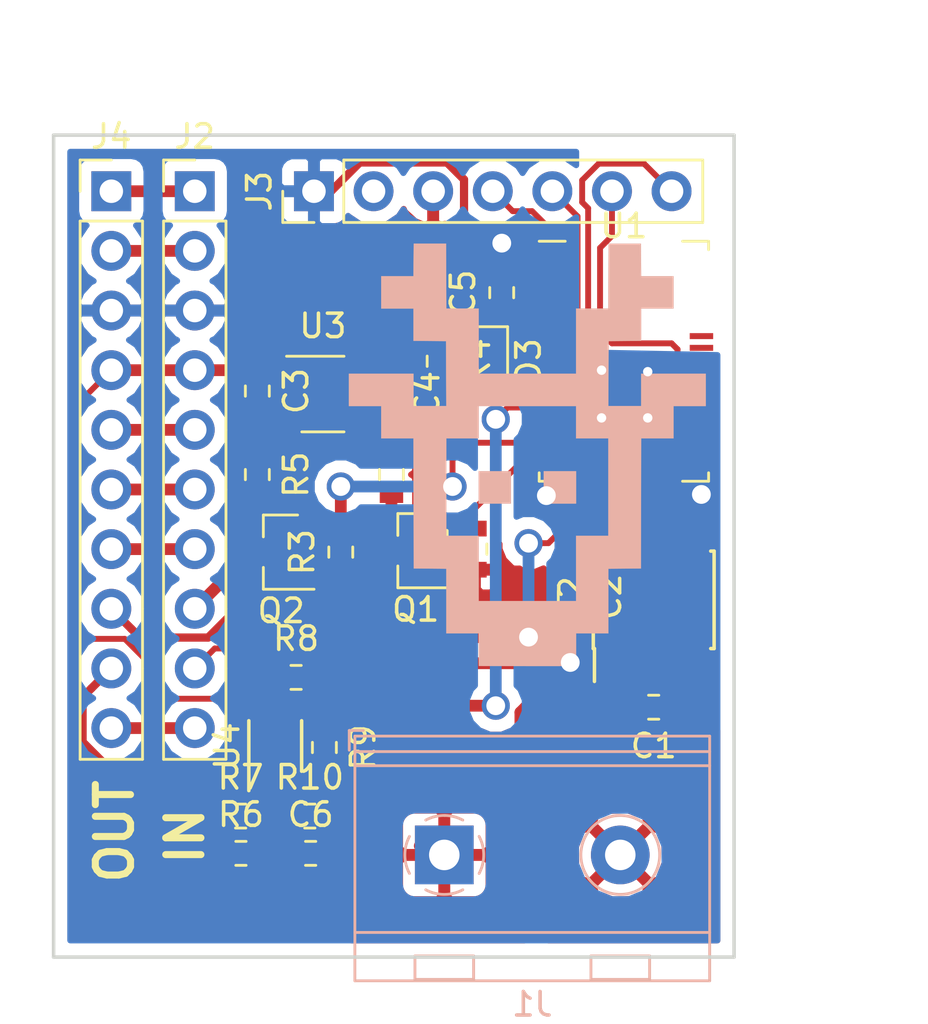
<source format=kicad_pcb>
(kicad_pcb (version 20171130) (host pcbnew 5.0.0-rc1-44a33f2~62~ubuntu16.04.1)

  (general
    (thickness 1.6)
    (drawings 8)
    (tracks 288)
    (zones 0)
    (modules 28)
    (nets 32)
  )

  (page A4)
  (layers
    (0 F.Cu signal)
    (31 B.Cu signal)
    (32 B.Adhes user hide)
    (33 F.Adhes user hide)
    (34 B.Paste user hide)
    (35 F.Paste user hide)
    (36 B.SilkS user)
    (37 F.SilkS user)
    (38 B.Mask user hide)
    (39 F.Mask user hide)
    (40 Dwgs.User user hide)
    (41 Cmts.User user)
    (42 Eco1.User user hide)
    (43 Eco2.User user hide)
    (44 Edge.Cuts user)
    (45 Margin user)
    (46 B.CrtYd user)
    (47 F.CrtYd user)
    (48 B.Fab user hide)
    (49 F.Fab user)
  )

  (setup
    (last_trace_width 0.25)
    (user_trace_width 0.35)
    (user_trace_width 0.5)
    (trace_clearance 0.2)
    (zone_clearance 0.508)
    (zone_45_only no)
    (trace_min 0.2)
    (segment_width 0.2)
    (edge_width 0.15)
    (via_size 0.6)
    (via_drill 0.4)
    (via_min_size 0.4)
    (via_min_drill 0.3)
    (user_via 1.2 0.8)
    (uvia_size 0.3)
    (uvia_drill 0.1)
    (uvias_allowed no)
    (uvia_min_size 0.2)
    (uvia_min_drill 0.1)
    (pcb_text_width 0.3)
    (pcb_text_size 1.5 1.5)
    (mod_edge_width 0.15)
    (mod_text_size 1 1)
    (mod_text_width 0.15)
    (pad_size 1.5 1.5)
    (pad_drill 0.7)
    (pad_to_mask_clearance 0.2)
    (aux_axis_origin 0 0)
    (visible_elements FFFDFB3F)
    (pcbplotparams
      (layerselection 0x010f0_ffffffff)
      (usegerberextensions true)
      (usegerberattributes false)
      (usegerberadvancedattributes false)
      (creategerberjobfile false)
      (excludeedgelayer true)
      (linewidth 0.100000)
      (plotframeref false)
      (viasonmask false)
      (mode 1)
      (useauxorigin false)
      (hpglpennumber 1)
      (hpglpenspeed 20)
      (hpglpendiameter 15)
      (psnegative false)
      (psa4output false)
      (plotreference false)
      (plotvalue false)
      (plotinvisibletext false)
      (padsonsilk false)
      (subtractmaskfromsilk false)
      (outputformat 1)
      (mirror false)
      (drillshape 0)
      (scaleselection 1)
      (outputdirectory gerber))
  )

  (net 0 "")
  (net 1 GND)
  (net 2 VDD)
  (net 3 /SWDIO/RESET)
  (net 4 /SWDCLK)
  (net 5 /GPIO0)
  (net 6 /GPIO1)
  (net 7 "Net-(D3-Pad1)")
  (net 8 /LED_1)
  (net 9 "Net-(C1-Pad2)")
  (net 10 "Net-(C1-Pad1)")
  (net 11 +5V)
  (net 12 /LV_Power_O)
  (net 13 /10)
  (net 14 /Power_I)
  (net 15 /IO_I)
  (net 16 /7)
  (net 17 /6)
  (net 18 /5)
  (net 19 /2)
  (net 20 /1)
  (net 21 /IO_O)
  (net 22 /Power_O)
  (net 23 /LV_O)
  (net 24 /LV_I)
  (net 25 "Net-(R6-Pad1)")
  (net 26 "Net-(R8-Pad1)")
  (net 27 /LV_Power_I)
  (net 28 "Net-(R10-Pad2)")
  (net 29 /SCK)
  (net 30 /~SS)
  (net 31 /MISO)

  (net_class Default "This is the default net class."
    (clearance 0.2)
    (trace_width 0.25)
    (via_dia 0.6)
    (via_drill 0.4)
    (uvia_dia 0.3)
    (uvia_drill 0.1)
    (add_net +5V)
    (add_net /1)
    (add_net /10)
    (add_net /2)
    (add_net /5)
    (add_net /6)
    (add_net /7)
    (add_net /GPIO0)
    (add_net /GPIO1)
    (add_net /IO_I)
    (add_net /IO_O)
    (add_net /LED_1)
    (add_net /LV_I)
    (add_net /LV_O)
    (add_net /LV_Power_I)
    (add_net /LV_Power_O)
    (add_net /MISO)
    (add_net /Power_I)
    (add_net /Power_O)
    (add_net /SCK)
    (add_net /SWDCLK)
    (add_net /SWDIO/RESET)
    (add_net /~SS)
    (add_net GND)
    (add_net "Net-(C1-Pad1)")
    (add_net "Net-(C1-Pad2)")
    (add_net "Net-(D3-Pad1)")
    (add_net "Net-(R10-Pad2)")
    (add_net "Net-(R6-Pad1)")
    (add_net "Net-(R8-Pad1)")
    (add_net VDD)
  )

  (module TerminalBlock_RND:TerminalBlock_RND_205-00067_1x02_P7.50mm_Horizontal (layer B.Cu) (tedit 5A0839C6) (tstamp 5AE2D68E)
    (at 151.35 118.05)
    (descr "terminal block RND 205-00067, 2 pins, pitch 7.5mm, size 15.0x10.3mm^2, drill diamater 1.3mm, pad diameter 2.5mm, see http://cdn-reichelt.de/documents/datenblatt/C151/RND_205-00067_DB_EN.pdf, script-generated using https://github.com/pointhi/kicad-footprint-generator/scripts/TerminalBlock_RND")
    (tags "THT terminal block RND 205-00067 pitch 7.5mm size 15.0x10.3mm^2 drill 1.3mm pad 2.5mm")
    (path /5AB2558B)
    (fp_text reference J1 (at 3.75 6.36) (layer B.SilkS)
      (effects (font (size 1 1) (thickness 0.15)) (justify mirror))
    )
    (fp_text value Conn_01x02 (at 3.75 -6.06) (layer B.Fab)
      (effects (font (size 1 1) (thickness 0.15)) (justify mirror))
    )
    (fp_arc (start 0 0) (end 0 -1.68) (angle 28) (layer B.SilkS) (width 0.12))
    (fp_arc (start 0 0) (end 1.484 -0.789) (angle 56) (layer B.SilkS) (width 0.12))
    (fp_arc (start 0 0) (end 0.789 1.484) (angle 56) (layer B.SilkS) (width 0.12))
    (fp_arc (start 0 0) (end -1.484 0.789) (angle 56) (layer B.SilkS) (width 0.12))
    (fp_arc (start 0 0) (end -0.789 -1.484) (angle 29) (layer B.SilkS) (width 0.12))
    (fp_circle (center 0 0) (end 1.5 0) (layer B.Fab) (width 0.1))
    (fp_circle (center 7.5 0) (end 9 0) (layer B.Fab) (width 0.1))
    (fp_circle (center 7.5 0) (end 9.18 0) (layer B.SilkS) (width 0.12))
    (fp_line (start -3.75 5.3) (end 11.25 5.3) (layer B.Fab) (width 0.1))
    (fp_line (start 11.25 5.3) (end 11.25 -5) (layer B.Fab) (width 0.1))
    (fp_line (start 11.25 -5) (end -3.15 -5) (layer B.Fab) (width 0.1))
    (fp_line (start -3.15 -5) (end -3.75 -4.4) (layer B.Fab) (width 0.1))
    (fp_line (start -3.75 -4.4) (end -3.75 5.3) (layer B.Fab) (width 0.1))
    (fp_line (start -3.75 -4.4) (end 11.25 -4.4) (layer B.Fab) (width 0.1))
    (fp_line (start -3.81 -4.4) (end 11.31 -4.4) (layer B.SilkS) (width 0.12))
    (fp_line (start -3.75 -3.8) (end 11.25 -3.8) (layer B.Fab) (width 0.1))
    (fp_line (start -3.81 -3.8) (end 11.31 -3.8) (layer B.SilkS) (width 0.12))
    (fp_line (start -3.75 3.3) (end 11.25 3.3) (layer B.Fab) (width 0.1))
    (fp_line (start -3.81 3.301) (end 11.31 3.301) (layer B.SilkS) (width 0.12))
    (fp_line (start -3.81 5.36) (end 11.31 5.36) (layer B.SilkS) (width 0.12))
    (fp_line (start -3.81 -5.06) (end 11.31 -5.06) (layer B.SilkS) (width 0.12))
    (fp_line (start -3.81 5.36) (end -3.81 -5.06) (layer B.SilkS) (width 0.12))
    (fp_line (start 11.31 5.36) (end 11.31 -5.06) (layer B.SilkS) (width 0.12))
    (fp_line (start -1.201 0.076) (end -0.076 0.076) (layer B.Fab) (width 0.1))
    (fp_line (start -0.076 0.076) (end -0.076 1.201) (layer B.Fab) (width 0.1))
    (fp_line (start -0.076 1.201) (end 0.076 1.201) (layer B.Fab) (width 0.1))
    (fp_line (start 0.076 1.201) (end 0.076 0.076) (layer B.Fab) (width 0.1))
    (fp_line (start 0.076 0.076) (end 1.201 0.076) (layer B.Fab) (width 0.1))
    (fp_line (start 1.201 0.076) (end 1.201 -0.076) (layer B.Fab) (width 0.1))
    (fp_line (start 1.201 -0.076) (end 0.076 -0.076) (layer B.Fab) (width 0.1))
    (fp_line (start 0.076 -0.076) (end 0.076 -1.201) (layer B.Fab) (width 0.1))
    (fp_line (start 0.076 -1.201) (end -0.076 -1.201) (layer B.Fab) (width 0.1))
    (fp_line (start -0.076 -1.201) (end -0.076 -0.076) (layer B.Fab) (width 0.1))
    (fp_line (start -0.076 -0.076) (end -1.201 -0.076) (layer B.Fab) (width 0.1))
    (fp_line (start -1.201 -0.076) (end -1.201 0.076) (layer B.Fab) (width 0.1))
    (fp_line (start -1.25 5.3) (end -1.25 4.3) (layer B.Fab) (width 0.1))
    (fp_line (start -1.25 4.3) (end 1.25 4.3) (layer B.Fab) (width 0.1))
    (fp_line (start 1.25 4.3) (end 1.25 5.3) (layer B.Fab) (width 0.1))
    (fp_line (start 1.25 5.3) (end -1.25 5.3) (layer B.Fab) (width 0.1))
    (fp_line (start -1.25 5.301) (end 1.25 5.301) (layer B.SilkS) (width 0.12))
    (fp_line (start -1.25 4.301) (end 1.25 4.301) (layer B.SilkS) (width 0.12))
    (fp_line (start -1.25 5.301) (end -1.25 4.301) (layer B.SilkS) (width 0.12))
    (fp_line (start 1.25 5.301) (end 1.25 4.301) (layer B.SilkS) (width 0.12))
    (fp_line (start 6.299 0.076) (end 7.424 0.076) (layer B.Fab) (width 0.1))
    (fp_line (start 7.424 0.076) (end 7.424 1.201) (layer B.Fab) (width 0.1))
    (fp_line (start 7.424 1.201) (end 7.576 1.201) (layer B.Fab) (width 0.1))
    (fp_line (start 7.576 1.201) (end 7.576 0.076) (layer B.Fab) (width 0.1))
    (fp_line (start 7.576 0.076) (end 8.701 0.076) (layer B.Fab) (width 0.1))
    (fp_line (start 8.701 0.076) (end 8.701 -0.076) (layer B.Fab) (width 0.1))
    (fp_line (start 8.701 -0.076) (end 7.576 -0.076) (layer B.Fab) (width 0.1))
    (fp_line (start 7.576 -0.076) (end 7.576 -1.201) (layer B.Fab) (width 0.1))
    (fp_line (start 7.576 -1.201) (end 7.424 -1.201) (layer B.Fab) (width 0.1))
    (fp_line (start 7.424 -1.201) (end 7.424 -0.076) (layer B.Fab) (width 0.1))
    (fp_line (start 7.424 -0.076) (end 6.299 -0.076) (layer B.Fab) (width 0.1))
    (fp_line (start 6.299 -0.076) (end 6.299 0.076) (layer B.Fab) (width 0.1))
    (fp_line (start 6.25 5.3) (end 6.25 4.3) (layer B.Fab) (width 0.1))
    (fp_line (start 6.25 4.3) (end 8.75 4.3) (layer B.Fab) (width 0.1))
    (fp_line (start 8.75 4.3) (end 8.75 5.3) (layer B.Fab) (width 0.1))
    (fp_line (start 8.75 5.3) (end 6.25 5.3) (layer B.Fab) (width 0.1))
    (fp_line (start 6.25 5.301) (end 8.75 5.301) (layer B.SilkS) (width 0.12))
    (fp_line (start 6.25 4.301) (end 8.75 4.301) (layer B.SilkS) (width 0.12))
    (fp_line (start 6.25 5.301) (end 6.25 4.301) (layer B.SilkS) (width 0.12))
    (fp_line (start 8.75 5.301) (end 8.75 4.301) (layer B.SilkS) (width 0.12))
    (fp_line (start -4.05 -4.46) (end -4.05 -5.3) (layer B.SilkS) (width 0.12))
    (fp_line (start -4.05 -5.3) (end -3.45 -5.3) (layer B.SilkS) (width 0.12))
    (fp_line (start -4.25 5.85) (end -4.25 -5.5) (layer B.CrtYd) (width 0.05))
    (fp_line (start -4.25 -5.5) (end 11.75 -5.5) (layer B.CrtYd) (width 0.05))
    (fp_line (start 11.75 -5.5) (end 11.75 5.85) (layer B.CrtYd) (width 0.05))
    (fp_line (start 11.75 5.85) (end -4.25 5.85) (layer B.CrtYd) (width 0.05))
    (fp_text user %R (at 3.75 -2.85) (layer B.Fab)
      (effects (font (size 1 1) (thickness 0.15)) (justify mirror))
    )
    (pad 1 thru_hole rect (at 0 0) (size 2.5 2.5) (drill 1.3) (layers *.Cu *.Mask)
      (net 9 "Net-(C1-Pad2)"))
    (pad 2 thru_hole circle (at 7.5 0) (size 2.5 2.5) (drill 1.3) (layers *.Cu *.Mask)
      (net 10 "Net-(C1-Pad1)"))
    (model ${KISYS3DMOD}/TerminalBlock_RND.3dshapes/TerminalBlock_RND_205-00067_1x02_P7.50mm_Horizontal.wrl
      (at (xyz 0 0 0))
      (scale (xyz 1 1 1))
      (rotate (xyz 0 0 0))
    )
  )

  (module Resistor_SMD:R_0603_1608Metric (layer F.Cu) (tedit 59FE48B8) (tstamp 5ABE0298)
    (at 152.654 105.029 90)
    (descr "Resistor SMD 0603 (1608 Metric), square (rectangular) end terminal, IPC_7351 nominal, (Body size source: http://www.tortai-tech.com/upload/download/2011102023233369053.pdf), generated with kicad-footprint-generator")
    (tags resistor)
    (path /5AB261A8)
    (attr smd)
    (fp_text reference R1 (at 0 -1.65 90) (layer F.SilkS)
      (effects (font (size 1 1) (thickness 0.15)))
    )
    (fp_text value 10k (at 0 1.65 90) (layer F.Fab)
      (effects (font (size 1 1) (thickness 0.15)))
    )
    (fp_line (start -0.8 0.4) (end -0.8 -0.4) (layer F.Fab) (width 0.1))
    (fp_line (start -0.8 -0.4) (end 0.8 -0.4) (layer F.Fab) (width 0.1))
    (fp_line (start 0.8 -0.4) (end 0.8 0.4) (layer F.Fab) (width 0.1))
    (fp_line (start 0.8 0.4) (end -0.8 0.4) (layer F.Fab) (width 0.1))
    (fp_line (start -0.22 -0.51) (end 0.22 -0.51) (layer F.SilkS) (width 0.12))
    (fp_line (start -0.22 0.51) (end 0.22 0.51) (layer F.SilkS) (width 0.12))
    (fp_line (start -1.46 0.75) (end -1.46 -0.75) (layer F.CrtYd) (width 0.05))
    (fp_line (start -1.46 -0.75) (end 1.46 -0.75) (layer F.CrtYd) (width 0.05))
    (fp_line (start 1.46 -0.75) (end 1.46 0.75) (layer F.CrtYd) (width 0.05))
    (fp_line (start 1.46 0.75) (end -1.46 0.75) (layer F.CrtYd) (width 0.05))
    (fp_text user %R (at 0 0 90) (layer F.Fab)
      (effects (font (size 0.5 0.5) (thickness 0.08)))
    )
    (pad 1 smd rect (at -0.875 0 90) (size 0.67 1) (layers F.Cu F.Paste F.Mask)
      (net 2 VDD))
    (pad 2 smd rect (at 0.875 0 90) (size 0.67 1) (layers F.Cu F.Paste F.Mask)
      (net 23 /LV_O))
    (model ${KISYS3DMOD}/Resistor_SMD.3dshapes/R_0603_1608Metric.wrl
      (at (xyz 0 0 0))
      (scale (xyz 1 1 1))
      (rotate (xyz 0 0 0))
    )
  )

  (module Package_TO_SOT_SMD:SOT-23 (layer F.Cu) (tedit 5A02FF57) (tstamp 5ABE1669)
    (at 150.13 105.095 180)
    (descr "SOT-23, Standard")
    (tags SOT-23)
    (path /5AB2619C)
    (attr smd)
    (fp_text reference Q1 (at 0 -2.5 180) (layer F.SilkS)
      (effects (font (size 1 1) (thickness 0.15)))
    )
    (fp_text value BSS138 (at 0 2.5 180) (layer F.Fab)
      (effects (font (size 1 1) (thickness 0.15)))
    )
    (fp_line (start 0.76 1.58) (end -0.7 1.58) (layer F.SilkS) (width 0.12))
    (fp_line (start 0.76 -1.58) (end -1.4 -1.58) (layer F.SilkS) (width 0.12))
    (fp_line (start -1.7 1.75) (end -1.7 -1.75) (layer F.CrtYd) (width 0.05))
    (fp_line (start 1.7 1.75) (end -1.7 1.75) (layer F.CrtYd) (width 0.05))
    (fp_line (start 1.7 -1.75) (end 1.7 1.75) (layer F.CrtYd) (width 0.05))
    (fp_line (start -1.7 -1.75) (end 1.7 -1.75) (layer F.CrtYd) (width 0.05))
    (fp_line (start 0.76 -1.58) (end 0.76 -0.65) (layer F.SilkS) (width 0.12))
    (fp_line (start 0.76 1.58) (end 0.76 0.65) (layer F.SilkS) (width 0.12))
    (fp_line (start -0.7 1.52) (end 0.7 1.52) (layer F.Fab) (width 0.1))
    (fp_line (start 0.7 -1.52) (end 0.7 1.52) (layer F.Fab) (width 0.1))
    (fp_line (start -0.7 -0.95) (end -0.15 -1.52) (layer F.Fab) (width 0.1))
    (fp_line (start -0.15 -1.52) (end 0.7 -1.52) (layer F.Fab) (width 0.1))
    (fp_line (start -0.7 -0.95) (end -0.7 1.5) (layer F.Fab) (width 0.1))
    (fp_text user %R (at 0 0 270) (layer F.Fab)
      (effects (font (size 0.5 0.5) (thickness 0.075)))
    )
    (pad 3 smd rect (at 1 0 180) (size 0.9 0.8) (layers F.Cu F.Paste F.Mask)
      (net 21 /IO_O))
    (pad 2 smd rect (at -1 0.95 180) (size 0.9 0.8) (layers F.Cu F.Paste F.Mask)
      (net 23 /LV_O))
    (pad 1 smd rect (at -1 -0.95 180) (size 0.9 0.8) (layers F.Cu F.Paste F.Mask)
      (net 2 VDD))
    (model ${KISYS3DMOD}/Package_TO_SOT_SMD.3dshapes/SOT-23.wrl
      (at (xyz 0 0 0))
      (scale (xyz 1 1 1))
      (rotate (xyz 0 0 0))
    )
  )

  (module Capacitor_SMD:C_0603_1608Metric (layer F.Cu) (tedit 59FE48B8) (tstamp 5A942BC7)
    (at 153.797 94.107 90)
    (descr "Capacitor SMD 0603 (1608 Metric), square (rectangular) end terminal, IPC_7351 nominal, (Body size source: http://www.tortai-tech.com/upload/download/2011102023233369053.pdf), generated with kicad-footprint-generator")
    (tags capacitor)
    (path /5A942D56)
    (attr smd)
    (fp_text reference C5 (at 0 -1.65 90) (layer F.SilkS)
      (effects (font (size 1 1) (thickness 0.15)))
    )
    (fp_text value 1u (at 0 1.65 90) (layer F.Fab)
      (effects (font (size 1 1) (thickness 0.15)))
    )
    (fp_line (start -0.8 0.4) (end -0.8 -0.4) (layer F.Fab) (width 0.1))
    (fp_line (start -0.8 -0.4) (end 0.8 -0.4) (layer F.Fab) (width 0.1))
    (fp_line (start 0.8 -0.4) (end 0.8 0.4) (layer F.Fab) (width 0.1))
    (fp_line (start 0.8 0.4) (end -0.8 0.4) (layer F.Fab) (width 0.1))
    (fp_line (start -0.22 -0.51) (end 0.22 -0.51) (layer F.SilkS) (width 0.12))
    (fp_line (start -0.22 0.51) (end 0.22 0.51) (layer F.SilkS) (width 0.12))
    (fp_line (start -1.46 0.75) (end -1.46 -0.75) (layer F.CrtYd) (width 0.05))
    (fp_line (start -1.46 -0.75) (end 1.46 -0.75) (layer F.CrtYd) (width 0.05))
    (fp_line (start 1.46 -0.75) (end 1.46 0.75) (layer F.CrtYd) (width 0.05))
    (fp_line (start 1.46 0.75) (end -1.46 0.75) (layer F.CrtYd) (width 0.05))
    (fp_text user %R (at 0 0 90) (layer F.Fab)
      (effects (font (size 0.5 0.5) (thickness 0.08)))
    )
    (pad 1 smd rect (at -0.875 0 90) (size 0.67 1) (layers F.Cu F.Paste F.Mask)
      (net 2 VDD))
    (pad 2 smd rect (at 0.875 0 90) (size 0.67 1) (layers F.Cu F.Paste F.Mask)
      (net 1 GND))
    (model ${KISYS3DMOD}/Capacitor_SMD.3dshapes/C_0603_1608Metric.wrl
      (at (xyz 0 0 0))
      (scale (xyz 1 1 1))
      (rotate (xyz 0 0 0))
    )
  )

  (module Connector_PinHeader_2.54mm:PinHeader_1x10_P2.54mm_Vertical (layer F.Cu) (tedit 59FED5CC) (tstamp 5ABE023F)
    (at 140.716 89.789)
    (descr "Through hole straight pin header, 1x10, 2.54mm pitch, single row")
    (tags "Through hole pin header THT 1x10 2.54mm single row")
    (path /5AB2FDFE)
    (fp_text reference J2 (at 0 -2.33) (layer F.SilkS)
      (effects (font (size 1 1) (thickness 0.15)))
    )
    (fp_text value Conn_input (at 0 25.19) (layer F.Fab)
      (effects (font (size 1 1) (thickness 0.15)))
    )
    (fp_text user %R (at 0 11.43 90) (layer F.Fab)
      (effects (font (size 1 1) (thickness 0.15)))
    )
    (fp_line (start 1.8 -1.8) (end -1.8 -1.8) (layer F.CrtYd) (width 0.05))
    (fp_line (start 1.8 24.65) (end 1.8 -1.8) (layer F.CrtYd) (width 0.05))
    (fp_line (start -1.8 24.65) (end 1.8 24.65) (layer F.CrtYd) (width 0.05))
    (fp_line (start -1.8 -1.8) (end -1.8 24.65) (layer F.CrtYd) (width 0.05))
    (fp_line (start -1.33 -1.33) (end 0 -1.33) (layer F.SilkS) (width 0.12))
    (fp_line (start -1.33 0) (end -1.33 -1.33) (layer F.SilkS) (width 0.12))
    (fp_line (start -1.33 1.27) (end 1.33 1.27) (layer F.SilkS) (width 0.12))
    (fp_line (start 1.33 1.27) (end 1.33 24.19) (layer F.SilkS) (width 0.12))
    (fp_line (start -1.33 1.27) (end -1.33 24.19) (layer F.SilkS) (width 0.12))
    (fp_line (start -1.33 24.19) (end 1.33 24.19) (layer F.SilkS) (width 0.12))
    (fp_line (start -1.27 -0.635) (end -0.635 -1.27) (layer F.Fab) (width 0.1))
    (fp_line (start -1.27 24.13) (end -1.27 -0.635) (layer F.Fab) (width 0.1))
    (fp_line (start 1.27 24.13) (end -1.27 24.13) (layer F.Fab) (width 0.1))
    (fp_line (start 1.27 -1.27) (end 1.27 24.13) (layer F.Fab) (width 0.1))
    (fp_line (start -0.635 -1.27) (end 1.27 -1.27) (layer F.Fab) (width 0.1))
    (pad 10 thru_hole oval (at 0 22.86) (size 1.7 1.7) (drill 1) (layers *.Cu *.Mask)
      (net 13 /10))
    (pad 9 thru_hole oval (at 0 20.32) (size 1.7 1.7) (drill 1) (layers *.Cu *.Mask)
      (net 14 /Power_I))
    (pad 8 thru_hole oval (at 0 17.78) (size 1.7 1.7) (drill 1) (layers *.Cu *.Mask)
      (net 15 /IO_I))
    (pad 7 thru_hole oval (at 0 15.24) (size 1.7 1.7) (drill 1) (layers *.Cu *.Mask)
      (net 16 /7))
    (pad 6 thru_hole oval (at 0 12.7) (size 1.7 1.7) (drill 1) (layers *.Cu *.Mask)
      (net 17 /6))
    (pad 5 thru_hole oval (at 0 10.16) (size 1.7 1.7) (drill 1) (layers *.Cu *.Mask)
      (net 18 /5))
    (pad 4 thru_hole oval (at 0 7.62) (size 1.7 1.7) (drill 1) (layers *.Cu *.Mask)
      (net 11 +5V))
    (pad 3 thru_hole oval (at 0 5.08) (size 1.7 1.7) (drill 1) (layers *.Cu *.Mask)
      (net 1 GND))
    (pad 2 thru_hole oval (at 0 2.54) (size 1.7 1.7) (drill 1) (layers *.Cu *.Mask)
      (net 19 /2))
    (pad 1 thru_hole rect (at 0 0) (size 1.7 1.7) (drill 1) (layers *.Cu *.Mask)
      (net 20 /1))
    (model ${KISYS3DMOD}/Connector_PinHeader_2.54mm.3dshapes/PinHeader_1x10_P2.54mm_Vertical.wrl
      (at (xyz 0 0 0))
      (scale (xyz 1 1 1))
      (rotate (xyz 0 0 0))
    )
  )

  (module Connector_PinHeader_2.54mm:PinHeader_1x07_P2.54mm_Vertical (layer F.Cu) (tedit 59FED5CC) (tstamp 5A9404D2)
    (at 145.796 89.789 90)
    (descr "Through hole straight pin header, 1x07, 2.54mm pitch, single row")
    (tags "Through hole pin header THT 1x07 2.54mm single row")
    (path /5A940680)
    (fp_text reference J3 (at 0 -2.33 90) (layer F.SilkS)
      (effects (font (size 1 1) (thickness 0.15)))
    )
    (fp_text value Conn_01x07 (at 0 17.57 90) (layer F.Fab)
      (effects (font (size 1 1) (thickness 0.15)))
    )
    (fp_line (start -0.635 -1.27) (end 1.27 -1.27) (layer F.Fab) (width 0.1))
    (fp_line (start 1.27 -1.27) (end 1.27 16.51) (layer F.Fab) (width 0.1))
    (fp_line (start 1.27 16.51) (end -1.27 16.51) (layer F.Fab) (width 0.1))
    (fp_line (start -1.27 16.51) (end -1.27 -0.635) (layer F.Fab) (width 0.1))
    (fp_line (start -1.27 -0.635) (end -0.635 -1.27) (layer F.Fab) (width 0.1))
    (fp_line (start -1.33 16.57) (end 1.33 16.57) (layer F.SilkS) (width 0.12))
    (fp_line (start -1.33 1.27) (end -1.33 16.57) (layer F.SilkS) (width 0.12))
    (fp_line (start 1.33 1.27) (end 1.33 16.57) (layer F.SilkS) (width 0.12))
    (fp_line (start -1.33 1.27) (end 1.33 1.27) (layer F.SilkS) (width 0.12))
    (fp_line (start -1.33 0) (end -1.33 -1.33) (layer F.SilkS) (width 0.12))
    (fp_line (start -1.33 -1.33) (end 0 -1.33) (layer F.SilkS) (width 0.12))
    (fp_line (start -1.8 -1.8) (end -1.8 17.05) (layer F.CrtYd) (width 0.05))
    (fp_line (start -1.8 17.05) (end 1.8 17.05) (layer F.CrtYd) (width 0.05))
    (fp_line (start 1.8 17.05) (end 1.8 -1.8) (layer F.CrtYd) (width 0.05))
    (fp_line (start 1.8 -1.8) (end -1.8 -1.8) (layer F.CrtYd) (width 0.05))
    (fp_text user %R (at 0 7.62 180) (layer F.Fab)
      (effects (font (size 1 1) (thickness 0.15)))
    )
    (pad 1 thru_hole rect (at 0 0 90) (size 1.7 1.7) (drill 1) (layers *.Cu *.Mask)
      (net 1 GND))
    (pad 2 thru_hole oval (at 0 2.54 90) (size 1.7 1.7) (drill 1) (layers *.Cu *.Mask))
    (pad 3 thru_hole oval (at 0 5.08 90) (size 1.7 1.7) (drill 1) (layers *.Cu *.Mask)
      (net 2 VDD))
    (pad 4 thru_hole oval (at 0 7.62 90) (size 1.7 1.7) (drill 1) (layers *.Cu *.Mask)
      (net 3 /SWDIO/RESET))
    (pad 5 thru_hole oval (at 0 10.16 90) (size 1.7 1.7) (drill 1) (layers *.Cu *.Mask)
      (net 4 /SWDCLK))
    (pad 6 thru_hole oval (at 0 12.7 90) (size 1.7 1.7) (drill 1) (layers *.Cu *.Mask)
      (net 5 /GPIO0))
    (pad 7 thru_hole oval (at 0 15.24 90) (size 1.7 1.7) (drill 1) (layers *.Cu *.Mask)
      (net 6 /GPIO1))
    (model ${KISYS3DMOD}/Connector_PinHeader_2.54mm.3dshapes/PinHeader_1x07_P2.54mm_Vertical.wrl
      (at (xyz 0 0 0))
      (scale (xyz 1 1 1))
      (rotate (xyz 0 0 0))
    )
  )

  (module RF_Module:RFDigital_RFD77101 (layer F.Cu) (tedit 5A030172) (tstamp 5A93F5CF)
    (at 159.004 97.028)
    (descr "RFDigital RFD77101 Simblee")
    (tags "RFDigital RFD77101 Simblee")
    (path /5A93FA36)
    (attr smd)
    (fp_text reference U1 (at 0 -5.76) (layer F.SilkS)
      (effects (font (size 1 1) (thickness 0.15)))
    )
    (fp_text value RFD77101 (at 0 6.25) (layer F.Fab)
      (effects (font (size 1 1) (thickness 0.15)))
    )
    (fp_line (start -2.75 -5) (end -3.5 -4.25) (layer F.Fab) (width 0.1))
    (fp_line (start 4.06 -5.42) (end -4.06 -5.42) (layer F.CrtYd) (width 0.05))
    (fp_line (start -4.06 -5.42) (end -4.06 5.47) (layer F.CrtYd) (width 0.05))
    (fp_line (start -4.06 5.47) (end 4.06 5.47) (layer F.CrtYd) (width 0.05))
    (fp_line (start 4.06 5.47) (end 4.06 -5.42) (layer F.CrtYd) (width 0.05))
    (fp_line (start 3.61 -4.75) (end 3.61 -5.11) (layer F.SilkS) (width 0.12))
    (fp_line (start 3.61 -5.11) (end 2.5 -5.11) (layer F.SilkS) (width 0.12))
    (fp_line (start -3.61 -5.11) (end -2.5 -5.11) (layer F.SilkS) (width 0.12))
    (fp_line (start 3.61 4.75) (end 3.61 5.11) (layer F.SilkS) (width 0.12))
    (fp_line (start 3.61 5.11) (end 2.5 5.11) (layer F.SilkS) (width 0.12))
    (fp_line (start -3.61 4.75) (end -3.61 5.11) (layer F.SilkS) (width 0.12))
    (fp_line (start -3.61 5.11) (end -2.5 5.11) (layer F.SilkS) (width 0.12))
    (fp_text user %R (at 0 0) (layer F.Fab)
      (effects (font (size 1.6 1.6) (thickness 0.16)))
    )
    (fp_line (start 3.5 -5) (end -2.75 -5) (layer F.Fab) (width 0.1))
    (fp_line (start -3.5 -4.25) (end -3.5 5) (layer F.Fab) (width 0.1))
    (fp_line (start -3.5 5) (end 3.5 5) (layer F.Fab) (width 0.1))
    (fp_line (start 3.5 5) (end 3.5 -5) (layer F.Fab) (width 0.1))
    (pad 42 smd rect (at -1.2525 0.1675 45) (size 0.7144 0.7144) (layers F.Cu F.Paste F.Mask)
      (net 1 GND))
    (pad 42 smd rect (at -1.2525 0.6725) (size 1.01 1.01) (layers F.Cu F.Paste F.Mask)
      (net 1 GND))
    (pad 42 smd rect (at -0.7475 0.6725) (size 1.01 1.01) (layers F.Cu F.Paste F.Mask)
      (net 1 GND))
    (pad 20 smd rect (at -2.25 4.72 90) (size 1 0.254) (layers F.Cu F.Paste F.Mask))
    (pad 22 smd rect (at -1.25 4.72 90) (size 1 0.254) (layers F.Cu F.Paste F.Mask)
      (net 27 /LV_Power_I))
    (pad 21 smd rect (at -1.75 4.72 90) (size 1 0.254) (layers F.Cu F.Paste F.Mask))
    (pad 23 smd rect (at -0.75 4.72 90) (size 1 0.254) (layers F.Cu F.Paste F.Mask)
      (net 6 /GPIO1))
    (pad 24 smd rect (at -0.25 4.72 90) (size 1 0.254) (layers F.Cu F.Paste F.Mask))
    (pad 25 smd rect (at 0.25 4.72 90) (size 1 0.254) (layers F.Cu F.Paste F.Mask)
      (net 5 /GPIO0))
    (pad 26 smd rect (at 0.75 4.72 90) (size 1 0.254) (layers F.Cu F.Paste F.Mask))
    (pad 27 smd rect (at 1.25 4.72 90) (size 1 0.254) (layers F.Cu F.Paste F.Mask)
      (net 31 /MISO))
    (pad 28 smd rect (at 1.75 4.72 90) (size 1 0.254) (layers F.Cu F.Paste F.Mask)
      (net 30 /~SS))
    (pad 29 smd rect (at 2.25 4.72 90) (size 1 0.254) (layers F.Cu F.Paste F.Mask)
      (net 29 /SCK))
    (pad 31 smd rect (at 3.305 3.97) (size 1 0.254) (layers F.Cu F.Paste F.Mask))
    (pad 41 smd rect (at 3.305 -1.07) (size 1 0.254) (layers F.Cu F.Paste F.Mask))
    (pad 40 smd rect (at 3.305 -0.57) (size 1 0.254) (layers F.Cu F.Paste F.Mask))
    (pad 39 smd rect (at 3.305 -0.07) (size 1 0.254) (layers F.Cu F.Paste F.Mask))
    (pad 38 smd rect (at 3.305 0.47) (size 1 0.254) (layers F.Cu F.Paste F.Mask))
    (pad 37 smd rect (at 3.305 0.97) (size 1 0.254) (layers F.Cu F.Paste F.Mask))
    (pad 36 smd rect (at 3.305 1.47) (size 1 0.254) (layers F.Cu F.Paste F.Mask))
    (pad 35 smd rect (at 3.305 1.97) (size 1 0.254) (layers F.Cu F.Paste F.Mask))
    (pad 34 smd rect (at 3.305 2.47) (size 1 0.254) (layers F.Cu F.Paste F.Mask))
    (pad 33 smd rect (at 3.305 2.97) (size 1 0.254) (layers F.Cu F.Paste F.Mask))
    (pad 32 smd rect (at 3.305 3.47) (size 1 0.254) (layers F.Cu F.Paste F.Mask))
    (pad 30 smd rect (at 3.305 4.47) (size 1 0.254) (layers F.Cu F.Paste F.Mask)
      (net 1 GND))
    (pad 19 smd rect (at -3.305 4.47) (size 1 0.254) (layers F.Cu F.Paste F.Mask)
      (net 1 GND))
    (pad 17 smd rect (at -3.305 3.47) (size 1 0.254) (layers F.Cu F.Paste F.Mask)
      (net 24 /LV_I))
    (pad 16 smd rect (at -3.305 2.97) (size 1 0.254) (layers F.Cu F.Paste F.Mask))
    (pad 15 smd rect (at -3.305 2.47) (size 1 0.254) (layers F.Cu F.Paste F.Mask))
    (pad 14 smd rect (at -3.305 1.97) (size 1 0.254) (layers F.Cu F.Paste F.Mask)
      (net 28 "Net-(R10-Pad2)"))
    (pad 13 smd rect (at -3.305 1.47) (size 1 0.254) (layers F.Cu F.Paste F.Mask))
    (pad 12 smd rect (at -3.305 0.97) (size 1 0.254) (layers F.Cu F.Paste F.Mask))
    (pad 11 smd rect (at -3.305 0.47) (size 1 0.254) (layers F.Cu F.Paste F.Mask)
      (net 8 /LED_1))
    (pad 10 smd rect (at -3.305 -0.07) (size 1 0.254) (layers F.Cu F.Paste F.Mask))
    (pad 9 smd rect (at -3.305 -0.57) (size 1 0.254) (layers F.Cu F.Paste F.Mask)
      (net 4 /SWDCLK))
    (pad 8 smd rect (at -3.305 -1.07) (size 1 0.254) (layers F.Cu F.Paste F.Mask)
      (net 3 /SWDIO/RESET))
    (pad 7 smd rect (at -3.305 -1.57) (size 1 0.254) (layers F.Cu F.Paste F.Mask)
      (net 2 VDD))
    (pad 6 smd rect (at -3.305 -2.07) (size 1 0.254) (layers F.Cu F.Paste F.Mask)
      (net 1 GND))
    (pad 5 smd rect (at -3.305 -2.57) (size 1 0.254) (layers F.Cu F.Paste F.Mask))
    (pad 4 smd rect (at -3.305 -3.07) (size 1 0.254) (layers F.Cu F.Paste F.Mask)
      (net 1 GND))
    (pad 2 smd rect (at -3.305 -4.07) (size 1 0.254) (layers F.Cu F.Paste F.Mask)
      (net 1 GND))
    (pad 18 smd rect (at -3.305 3.97) (size 1 0.254) (layers F.Cu F.Paste F.Mask)
      (net 23 /LV_O))
    (pad 3 smd rect (at -3.305 -3.57) (size 1 0.254) (layers F.Cu F.Paste F.Mask))
    (pad 42 smd rect (at -0.7475 0.1675) (size 1.01 1.01) (layers F.Cu F.Paste F.Mask)
      (net 1 GND))
    (pad 45 smd rect (at 1 0.42) (size 1.5 1.5) (layers F.Cu F.Paste F.Mask)
      (net 1 GND))
    (pad 44 smd rect (at 1 2.4) (size 1.5 1.5) (layers F.Cu F.Paste F.Mask)
      (net 1 GND))
    (pad 43 smd rect (at -1 2.4) (size 1.5 1.5) (layers F.Cu F.Paste F.Mask)
      (net 1 GND))
    (pad 1 smd rect (at -3.305 -4.57) (size 1 0.254) (layers F.Cu F.Paste F.Mask)
      (net 1 GND))
    (model ${KISYS3DMOD}/RF_Module.3dshapes/RFDigital_RFD77101.wrl
      (at (xyz 0 0 0))
      (scale (xyz 1 1 1))
      (rotate (xyz 0 0 0))
    )
  )

  (module LED_SMD:LED_0603_1608Metric (layer F.Cu) (tedit 5A00A67C) (tstamp 5ABDBA93)
    (at 153.289 97.028 270)
    (descr "LED SMD 0603 (1608 Metric), square (rectangular) end terminal, IPC_7351 nominal, (Body size source: http://www.tortai-tech.com/upload/download/2011102023233369053.pdf), generated with kicad-footprint-generator")
    (tags diode)
    (path /5A942EE5)
    (attr smd)
    (fp_text reference D3 (at 0 -1.65 270) (layer F.SilkS)
      (effects (font (size 1 1) (thickness 0.15)))
    )
    (fp_text value LED (at 0 1.65 270) (layer F.Fab)
      (effects (font (size 1 1) (thickness 0.15)))
    )
    (fp_line (start 0.8 -0.4) (end -0.5 -0.4) (layer F.Fab) (width 0.1))
    (fp_line (start -0.5 -0.4) (end -0.8 -0.1) (layer F.Fab) (width 0.1))
    (fp_line (start -0.8 -0.1) (end -0.8 0.4) (layer F.Fab) (width 0.1))
    (fp_line (start -0.8 0.4) (end 0.8 0.4) (layer F.Fab) (width 0.1))
    (fp_line (start 0.8 0.4) (end 0.8 -0.4) (layer F.Fab) (width 0.1))
    (fp_line (start 0.8 -0.76) (end -1.47 -0.76) (layer F.SilkS) (width 0.12))
    (fp_line (start -1.47 -0.76) (end -1.47 0.76) (layer F.SilkS) (width 0.12))
    (fp_line (start -1.47 0.76) (end 0.8 0.76) (layer F.SilkS) (width 0.12))
    (fp_line (start -1.46 0.75) (end -1.46 -0.75) (layer F.CrtYd) (width 0.05))
    (fp_line (start -1.46 -0.75) (end 1.46 -0.75) (layer F.CrtYd) (width 0.05))
    (fp_line (start 1.46 -0.75) (end 1.46 0.75) (layer F.CrtYd) (width 0.05))
    (fp_line (start 1.46 0.75) (end -1.46 0.75) (layer F.CrtYd) (width 0.05))
    (fp_text user %R (at 0 0 270) (layer F.Fab)
      (effects (font (size 0.5 0.5) (thickness 0.08)))
    )
    (pad 1 smd rect (at -0.875 0 270) (size 0.67 1) (layers F.Cu F.Paste F.Mask)
      (net 7 "Net-(D3-Pad1)"))
    (pad 2 smd rect (at 0.875 0 270) (size 0.67 1) (layers F.Cu F.Paste F.Mask)
      (net 8 /LED_1))
    (model ${KISYS3DMOD}/LED_SMD.3dshapes/LED_0603_1608Metric.wrl
      (at (xyz 0 0 0))
      (scale (xyz 1 1 1))
      (rotate (xyz 0 0 0))
    )
  )

  (module Resistor_SMD:R_0603_1608Metric (layer F.Cu) (tedit 59FE48B8) (tstamp 5ABDB9C9)
    (at 151.13 97.028 270)
    (descr "Resistor SMD 0603 (1608 Metric), square (rectangular) end terminal, IPC_7351 nominal, (Body size source: http://www.tortai-tech.com/upload/download/2011102023233369053.pdf), generated with kicad-footprint-generator")
    (tags resistor)
    (path /5A942F32)
    (attr smd)
    (fp_text reference R4 (at 0 -1.65 270) (layer F.SilkS)
      (effects (font (size 1 1) (thickness 0.15)))
    )
    (fp_text value 100 (at 0 1.65 270) (layer F.Fab)
      (effects (font (size 1 1) (thickness 0.15)))
    )
    (fp_line (start -0.8 0.4) (end -0.8 -0.4) (layer F.Fab) (width 0.1))
    (fp_line (start -0.8 -0.4) (end 0.8 -0.4) (layer F.Fab) (width 0.1))
    (fp_line (start 0.8 -0.4) (end 0.8 0.4) (layer F.Fab) (width 0.1))
    (fp_line (start 0.8 0.4) (end -0.8 0.4) (layer F.Fab) (width 0.1))
    (fp_line (start -0.22 -0.51) (end 0.22 -0.51) (layer F.SilkS) (width 0.12))
    (fp_line (start -0.22 0.51) (end 0.22 0.51) (layer F.SilkS) (width 0.12))
    (fp_line (start -1.46 0.75) (end -1.46 -0.75) (layer F.CrtYd) (width 0.05))
    (fp_line (start -1.46 -0.75) (end 1.46 -0.75) (layer F.CrtYd) (width 0.05))
    (fp_line (start 1.46 -0.75) (end 1.46 0.75) (layer F.CrtYd) (width 0.05))
    (fp_line (start 1.46 0.75) (end -1.46 0.75) (layer F.CrtYd) (width 0.05))
    (fp_text user %R (at 0 0 270) (layer F.Fab)
      (effects (font (size 0.5 0.5) (thickness 0.08)))
    )
    (pad 1 smd rect (at -0.875 0 270) (size 0.67 1) (layers F.Cu F.Paste F.Mask)
      (net 7 "Net-(D3-Pad1)"))
    (pad 2 smd rect (at 0.875 0 270) (size 0.67 1) (layers F.Cu F.Paste F.Mask)
      (net 1 GND))
    (model ${KISYS3DMOD}/Resistor_SMD.3dshapes/R_0603_1608Metric.wrl
      (at (xyz 0 0 0))
      (scale (xyz 1 1 1))
      (rotate (xyz 0 0 0))
    )
  )

  (module Capacitor_SMD:C_0603_1608Metric (layer F.Cu) (tedit 59FE48B8) (tstamp 5ABE0197)
    (at 160.274 111.76 180)
    (descr "Capacitor SMD 0603 (1608 Metric), square (rectangular) end terminal, IPC_7351 nominal, (Body size source: http://www.tortai-tech.com/upload/download/2011102023233369053.pdf), generated with kicad-footprint-generator")
    (tags capacitor)
    (path /5AB256FD)
    (attr smd)
    (fp_text reference C1 (at 0 -1.65 180) (layer F.SilkS)
      (effects (font (size 1 1) (thickness 0.15)))
    )
    (fp_text value 10n (at 0 1.65 180) (layer F.Fab)
      (effects (font (size 1 1) (thickness 0.15)))
    )
    (fp_text user %R (at 0 0 180) (layer F.Fab)
      (effects (font (size 0.5 0.5) (thickness 0.08)))
    )
    (fp_line (start 1.46 0.75) (end -1.46 0.75) (layer F.CrtYd) (width 0.05))
    (fp_line (start 1.46 -0.75) (end 1.46 0.75) (layer F.CrtYd) (width 0.05))
    (fp_line (start -1.46 -0.75) (end 1.46 -0.75) (layer F.CrtYd) (width 0.05))
    (fp_line (start -1.46 0.75) (end -1.46 -0.75) (layer F.CrtYd) (width 0.05))
    (fp_line (start -0.22 0.51) (end 0.22 0.51) (layer F.SilkS) (width 0.12))
    (fp_line (start -0.22 -0.51) (end 0.22 -0.51) (layer F.SilkS) (width 0.12))
    (fp_line (start 0.8 0.4) (end -0.8 0.4) (layer F.Fab) (width 0.1))
    (fp_line (start 0.8 -0.4) (end 0.8 0.4) (layer F.Fab) (width 0.1))
    (fp_line (start -0.8 -0.4) (end 0.8 -0.4) (layer F.Fab) (width 0.1))
    (fp_line (start -0.8 0.4) (end -0.8 -0.4) (layer F.Fab) (width 0.1))
    (pad 2 smd rect (at 0.875 0 180) (size 0.67 1) (layers F.Cu F.Paste F.Mask)
      (net 9 "Net-(C1-Pad2)"))
    (pad 1 smd rect (at -0.875 0 180) (size 0.67 1) (layers F.Cu F.Paste F.Mask)
      (net 10 "Net-(C1-Pad1)"))
    (model ${KISYS3DMOD}/Capacitor_SMD.3dshapes/C_0603_1608Metric.wrl
      (at (xyz 0 0 0))
      (scale (xyz 1 1 1))
      (rotate (xyz 0 0 0))
    )
  )

  (module Capacitor_SMD:C_0603_1608Metric (layer F.Cu) (tedit 59FE48B8) (tstamp 5ABE01A8)
    (at 156.718 107.061 270)
    (descr "Capacitor SMD 0603 (1608 Metric), square (rectangular) end terminal, IPC_7351 nominal, (Body size source: http://www.tortai-tech.com/upload/download/2011102023233369053.pdf), generated with kicad-footprint-generator")
    (tags capacitor)
    (path /5AB26DF2)
    (attr smd)
    (fp_text reference C2 (at 0 -1.65 270) (layer F.SilkS)
      (effects (font (size 1 1) (thickness 0.15)))
    )
    (fp_text value 100n (at 0 1.65 270) (layer F.Fab)
      (effects (font (size 1 1) (thickness 0.15)))
    )
    (fp_line (start -0.8 0.4) (end -0.8 -0.4) (layer F.Fab) (width 0.1))
    (fp_line (start -0.8 -0.4) (end 0.8 -0.4) (layer F.Fab) (width 0.1))
    (fp_line (start 0.8 -0.4) (end 0.8 0.4) (layer F.Fab) (width 0.1))
    (fp_line (start 0.8 0.4) (end -0.8 0.4) (layer F.Fab) (width 0.1))
    (fp_line (start -0.22 -0.51) (end 0.22 -0.51) (layer F.SilkS) (width 0.12))
    (fp_line (start -0.22 0.51) (end 0.22 0.51) (layer F.SilkS) (width 0.12))
    (fp_line (start -1.46 0.75) (end -1.46 -0.75) (layer F.CrtYd) (width 0.05))
    (fp_line (start -1.46 -0.75) (end 1.46 -0.75) (layer F.CrtYd) (width 0.05))
    (fp_line (start 1.46 -0.75) (end 1.46 0.75) (layer F.CrtYd) (width 0.05))
    (fp_line (start 1.46 0.75) (end -1.46 0.75) (layer F.CrtYd) (width 0.05))
    (fp_text user %R (at 0 0 270) (layer F.Fab)
      (effects (font (size 0.5 0.5) (thickness 0.08)))
    )
    (pad 1 smd rect (at -0.875 0 270) (size 0.67 1) (layers F.Cu F.Paste F.Mask)
      (net 2 VDD))
    (pad 2 smd rect (at 0.875 0 270) (size 0.67 1) (layers F.Cu F.Paste F.Mask)
      (net 1 GND))
    (model ${KISYS3DMOD}/Capacitor_SMD.3dshapes/C_0603_1608Metric.wrl
      (at (xyz 0 0 0))
      (scale (xyz 1 1 1))
      (rotate (xyz 0 0 0))
    )
  )

  (module Capacitor_SMD:C_0603_1608Metric (layer F.Cu) (tedit 59FE48B8) (tstamp 5ABE01B9)
    (at 143.383 98.298 270)
    (descr "Capacitor SMD 0603 (1608 Metric), square (rectangular) end terminal, IPC_7351 nominal, (Body size source: http://www.tortai-tech.com/upload/download/2011102023233369053.pdf), generated with kicad-footprint-generator")
    (tags capacitor)
    (path /5AB2D89C)
    (attr smd)
    (fp_text reference C3 (at 0 -1.65 270) (layer F.SilkS)
      (effects (font (size 1 1) (thickness 0.15)))
    )
    (fp_text value 1u (at 0 1.65 270) (layer F.Fab)
      (effects (font (size 1 1) (thickness 0.15)))
    )
    (fp_line (start -0.8 0.4) (end -0.8 -0.4) (layer F.Fab) (width 0.1))
    (fp_line (start -0.8 -0.4) (end 0.8 -0.4) (layer F.Fab) (width 0.1))
    (fp_line (start 0.8 -0.4) (end 0.8 0.4) (layer F.Fab) (width 0.1))
    (fp_line (start 0.8 0.4) (end -0.8 0.4) (layer F.Fab) (width 0.1))
    (fp_line (start -0.22 -0.51) (end 0.22 -0.51) (layer F.SilkS) (width 0.12))
    (fp_line (start -0.22 0.51) (end 0.22 0.51) (layer F.SilkS) (width 0.12))
    (fp_line (start -1.46 0.75) (end -1.46 -0.75) (layer F.CrtYd) (width 0.05))
    (fp_line (start -1.46 -0.75) (end 1.46 -0.75) (layer F.CrtYd) (width 0.05))
    (fp_line (start 1.46 -0.75) (end 1.46 0.75) (layer F.CrtYd) (width 0.05))
    (fp_line (start 1.46 0.75) (end -1.46 0.75) (layer F.CrtYd) (width 0.05))
    (fp_text user %R (at 0 0 270) (layer F.Fab)
      (effects (font (size 0.5 0.5) (thickness 0.08)))
    )
    (pad 1 smd rect (at -0.875 0 270) (size 0.67 1) (layers F.Cu F.Paste F.Mask)
      (net 11 +5V))
    (pad 2 smd rect (at 0.875 0 270) (size 0.67 1) (layers F.Cu F.Paste F.Mask)
      (net 1 GND))
    (model ${KISYS3DMOD}/Capacitor_SMD.3dshapes/C_0603_1608Metric.wrl
      (at (xyz 0 0 0))
      (scale (xyz 1 1 1))
      (rotate (xyz 0 0 0))
    )
  )

  (module Capacitor_SMD:C_0603_1608Metric (layer F.Cu) (tedit 59FE48B8) (tstamp 5ABE0C1B)
    (at 148.971 98.425 270)
    (descr "Capacitor SMD 0603 (1608 Metric), square (rectangular) end terminal, IPC_7351 nominal, (Body size source: http://www.tortai-tech.com/upload/download/2011102023233369053.pdf), generated with kicad-footprint-generator")
    (tags capacitor)
    (path /5AB2A0DD)
    (attr smd)
    (fp_text reference C4 (at 0 -1.65 270) (layer F.SilkS)
      (effects (font (size 1 1) (thickness 0.15)))
    )
    (fp_text value 1u (at 0 1.65 270) (layer F.Fab)
      (effects (font (size 1 1) (thickness 0.15)))
    )
    (fp_text user %R (at 0 0 270) (layer F.Fab)
      (effects (font (size 0.5 0.5) (thickness 0.08)))
    )
    (fp_line (start 1.46 0.75) (end -1.46 0.75) (layer F.CrtYd) (width 0.05))
    (fp_line (start 1.46 -0.75) (end 1.46 0.75) (layer F.CrtYd) (width 0.05))
    (fp_line (start -1.46 -0.75) (end 1.46 -0.75) (layer F.CrtYd) (width 0.05))
    (fp_line (start -1.46 0.75) (end -1.46 -0.75) (layer F.CrtYd) (width 0.05))
    (fp_line (start -0.22 0.51) (end 0.22 0.51) (layer F.SilkS) (width 0.12))
    (fp_line (start -0.22 -0.51) (end 0.22 -0.51) (layer F.SilkS) (width 0.12))
    (fp_line (start 0.8 0.4) (end -0.8 0.4) (layer F.Fab) (width 0.1))
    (fp_line (start 0.8 -0.4) (end 0.8 0.4) (layer F.Fab) (width 0.1))
    (fp_line (start -0.8 -0.4) (end 0.8 -0.4) (layer F.Fab) (width 0.1))
    (fp_line (start -0.8 0.4) (end -0.8 -0.4) (layer F.Fab) (width 0.1))
    (pad 2 smd rect (at 0.875 0 270) (size 0.67 1) (layers F.Cu F.Paste F.Mask)
      (net 1 GND))
    (pad 1 smd rect (at -0.875 0 270) (size 0.67 1) (layers F.Cu F.Paste F.Mask)
      (net 2 VDD))
    (model ${KISYS3DMOD}/Capacitor_SMD.3dshapes/C_0603_1608Metric.wrl
      (at (xyz 0 0 0))
      (scale (xyz 1 1 1))
      (rotate (xyz 0 0 0))
    )
  )

  (module Capacitor_SMD:C_0603_1608Metric (layer F.Cu) (tedit 59FE48B8) (tstamp 5ABB8D9B)
    (at 145.655 117.983)
    (descr "Capacitor SMD 0603 (1608 Metric), square (rectangular) end terminal, IPC_7351 nominal, (Body size source: http://www.tortai-tech.com/upload/download/2011102023233369053.pdf), generated with kicad-footprint-generator")
    (tags capacitor)
    (path /5AB7949B)
    (attr smd)
    (fp_text reference C6 (at 0 -1.65) (layer F.SilkS)
      (effects (font (size 1 1) (thickness 0.15)))
    )
    (fp_text value 1u (at 0 1.65) (layer F.Fab)
      (effects (font (size 1 1) (thickness 0.15)))
    )
    (fp_line (start -0.8 0.4) (end -0.8 -0.4) (layer F.Fab) (width 0.1))
    (fp_line (start -0.8 -0.4) (end 0.8 -0.4) (layer F.Fab) (width 0.1))
    (fp_line (start 0.8 -0.4) (end 0.8 0.4) (layer F.Fab) (width 0.1))
    (fp_line (start 0.8 0.4) (end -0.8 0.4) (layer F.Fab) (width 0.1))
    (fp_line (start -0.22 -0.51) (end 0.22 -0.51) (layer F.SilkS) (width 0.12))
    (fp_line (start -0.22 0.51) (end 0.22 0.51) (layer F.SilkS) (width 0.12))
    (fp_line (start -1.46 0.75) (end -1.46 -0.75) (layer F.CrtYd) (width 0.05))
    (fp_line (start -1.46 -0.75) (end 1.46 -0.75) (layer F.CrtYd) (width 0.05))
    (fp_line (start 1.46 -0.75) (end 1.46 0.75) (layer F.CrtYd) (width 0.05))
    (fp_line (start 1.46 0.75) (end -1.46 0.75) (layer F.CrtYd) (width 0.05))
    (fp_text user %R (at 0 0) (layer F.Fab)
      (effects (font (size 0.5 0.5) (thickness 0.08)))
    )
    (pad 1 smd rect (at -0.875 0) (size 0.67 1) (layers F.Cu F.Paste F.Mask)
      (net 12 /LV_Power_O))
    (pad 2 smd rect (at 0.875 0) (size 0.67 1) (layers F.Cu F.Paste F.Mask)
      (net 1 GND))
    (model ${KISYS3DMOD}/Capacitor_SMD.3dshapes/C_0603_1608Metric.wrl
      (at (xyz 0 0 0))
      (scale (xyz 1 1 1))
      (rotate (xyz 0 0 0))
    )
  )

  (module Connector_PinHeader_2.54mm:PinHeader_1x10_P2.54mm_Vertical (layer F.Cu) (tedit 59FED5CC) (tstamp 5ABE025D)
    (at 137.16 89.789)
    (descr "Through hole straight pin header, 1x10, 2.54mm pitch, single row")
    (tags "Through hole pin header THT 1x10 2.54mm single row")
    (path /5AB2FE3C)
    (fp_text reference J4 (at 0 -2.33) (layer F.SilkS)
      (effects (font (size 1 1) (thickness 0.15)))
    )
    (fp_text value Conn_output (at 0 25.19) (layer F.Fab)
      (effects (font (size 1 1) (thickness 0.15)))
    )
    (fp_line (start -0.635 -1.27) (end 1.27 -1.27) (layer F.Fab) (width 0.1))
    (fp_line (start 1.27 -1.27) (end 1.27 24.13) (layer F.Fab) (width 0.1))
    (fp_line (start 1.27 24.13) (end -1.27 24.13) (layer F.Fab) (width 0.1))
    (fp_line (start -1.27 24.13) (end -1.27 -0.635) (layer F.Fab) (width 0.1))
    (fp_line (start -1.27 -0.635) (end -0.635 -1.27) (layer F.Fab) (width 0.1))
    (fp_line (start -1.33 24.19) (end 1.33 24.19) (layer F.SilkS) (width 0.12))
    (fp_line (start -1.33 1.27) (end -1.33 24.19) (layer F.SilkS) (width 0.12))
    (fp_line (start 1.33 1.27) (end 1.33 24.19) (layer F.SilkS) (width 0.12))
    (fp_line (start -1.33 1.27) (end 1.33 1.27) (layer F.SilkS) (width 0.12))
    (fp_line (start -1.33 0) (end -1.33 -1.33) (layer F.SilkS) (width 0.12))
    (fp_line (start -1.33 -1.33) (end 0 -1.33) (layer F.SilkS) (width 0.12))
    (fp_line (start -1.8 -1.8) (end -1.8 24.65) (layer F.CrtYd) (width 0.05))
    (fp_line (start -1.8 24.65) (end 1.8 24.65) (layer F.CrtYd) (width 0.05))
    (fp_line (start 1.8 24.65) (end 1.8 -1.8) (layer F.CrtYd) (width 0.05))
    (fp_line (start 1.8 -1.8) (end -1.8 -1.8) (layer F.CrtYd) (width 0.05))
    (fp_text user %R (at 0 11.43 90) (layer F.Fab)
      (effects (font (size 1 1) (thickness 0.15)))
    )
    (pad 1 thru_hole rect (at 0 0) (size 1.7 1.7) (drill 1) (layers *.Cu *.Mask)
      (net 20 /1))
    (pad 2 thru_hole oval (at 0 2.54) (size 1.7 1.7) (drill 1) (layers *.Cu *.Mask)
      (net 19 /2))
    (pad 3 thru_hole oval (at 0 5.08) (size 1.7 1.7) (drill 1) (layers *.Cu *.Mask)
      (net 1 GND))
    (pad 4 thru_hole oval (at 0 7.62) (size 1.7 1.7) (drill 1) (layers *.Cu *.Mask)
      (net 11 +5V))
    (pad 5 thru_hole oval (at 0 10.16) (size 1.7 1.7) (drill 1) (layers *.Cu *.Mask)
      (net 18 /5))
    (pad 6 thru_hole oval (at 0 12.7) (size 1.7 1.7) (drill 1) (layers *.Cu *.Mask)
      (net 17 /6))
    (pad 7 thru_hole oval (at 0 15.24) (size 1.7 1.7) (drill 1) (layers *.Cu *.Mask)
      (net 16 /7))
    (pad 8 thru_hole oval (at 0 17.78) (size 1.7 1.7) (drill 1) (layers *.Cu *.Mask)
      (net 21 /IO_O))
    (pad 9 thru_hole oval (at 0 20.32) (size 1.7 1.7) (drill 1) (layers *.Cu *.Mask)
      (net 22 /Power_O))
    (pad 10 thru_hole oval (at 0 22.86) (size 1.7 1.7) (drill 1) (layers *.Cu *.Mask)
      (net 13 /10))
    (model ${KISYS3DMOD}/Connector_PinHeader_2.54mm.3dshapes/PinHeader_1x10_P2.54mm_Vertical.wrl
      (at (xyz 0 0 0))
      (scale (xyz 1 1 1))
      (rotate (xyz 0 0 0))
    )
  )

  (module Package_TO_SOT_SMD:SOT-23 (layer F.Cu) (tedit 5A02FF57) (tstamp 5ABE1309)
    (at 144.399 105.156 180)
    (descr "SOT-23, Standard")
    (tags SOT-23)
    (path /5AB248F5)
    (attr smd)
    (fp_text reference Q2 (at 0 -2.5 180) (layer F.SilkS)
      (effects (font (size 1 1) (thickness 0.15)))
    )
    (fp_text value BSS138 (at 0 2.5 180) (layer F.Fab)
      (effects (font (size 1 1) (thickness 0.15)))
    )
    (fp_text user %R (at 0 0 270) (layer F.Fab)
      (effects (font (size 0.5 0.5) (thickness 0.075)))
    )
    (fp_line (start -0.7 -0.95) (end -0.7 1.5) (layer F.Fab) (width 0.1))
    (fp_line (start -0.15 -1.52) (end 0.7 -1.52) (layer F.Fab) (width 0.1))
    (fp_line (start -0.7 -0.95) (end -0.15 -1.52) (layer F.Fab) (width 0.1))
    (fp_line (start 0.7 -1.52) (end 0.7 1.52) (layer F.Fab) (width 0.1))
    (fp_line (start -0.7 1.52) (end 0.7 1.52) (layer F.Fab) (width 0.1))
    (fp_line (start 0.76 1.58) (end 0.76 0.65) (layer F.SilkS) (width 0.12))
    (fp_line (start 0.76 -1.58) (end 0.76 -0.65) (layer F.SilkS) (width 0.12))
    (fp_line (start -1.7 -1.75) (end 1.7 -1.75) (layer F.CrtYd) (width 0.05))
    (fp_line (start 1.7 -1.75) (end 1.7 1.75) (layer F.CrtYd) (width 0.05))
    (fp_line (start 1.7 1.75) (end -1.7 1.75) (layer F.CrtYd) (width 0.05))
    (fp_line (start -1.7 1.75) (end -1.7 -1.75) (layer F.CrtYd) (width 0.05))
    (fp_line (start 0.76 -1.58) (end -1.4 -1.58) (layer F.SilkS) (width 0.12))
    (fp_line (start 0.76 1.58) (end -0.7 1.58) (layer F.SilkS) (width 0.12))
    (pad 1 smd rect (at -1 -0.95 180) (size 0.9 0.8) (layers F.Cu F.Paste F.Mask)
      (net 2 VDD))
    (pad 2 smd rect (at -1 0.95 180) (size 0.9 0.8) (layers F.Cu F.Paste F.Mask)
      (net 24 /LV_I))
    (pad 3 smd rect (at 1 0 180) (size 0.9 0.8) (layers F.Cu F.Paste F.Mask)
      (net 15 /IO_I))
    (model ${KISYS3DMOD}/Package_TO_SOT_SMD.3dshapes/SOT-23.wrl
      (at (xyz 0 0 0))
      (scale (xyz 1 1 1))
      (rotate (xyz 0 0 0))
    )
  )

  (module Resistor_SMD:R_0603_1608Metric (layer F.Cu) (tedit 59FE48B8) (tstamp 5ABE02A9)
    (at 149.098 101.854 270)
    (descr "Resistor SMD 0603 (1608 Metric), square (rectangular) end terminal, IPC_7351 nominal, (Body size source: http://www.tortai-tech.com/upload/download/2011102023233369053.pdf), generated with kicad-footprint-generator")
    (tags resistor)
    (path /5AB261A2)
    (attr smd)
    (fp_text reference R2 (at 0 -1.65 270) (layer F.SilkS)
      (effects (font (size 1 1) (thickness 0.15)))
    )
    (fp_text value 10k (at 0 1.65 270) (layer F.Fab)
      (effects (font (size 1 1) (thickness 0.15)))
    )
    (fp_text user %R (at 0 0 270) (layer F.Fab)
      (effects (font (size 0.5 0.5) (thickness 0.08)))
    )
    (fp_line (start 1.46 0.75) (end -1.46 0.75) (layer F.CrtYd) (width 0.05))
    (fp_line (start 1.46 -0.75) (end 1.46 0.75) (layer F.CrtYd) (width 0.05))
    (fp_line (start -1.46 -0.75) (end 1.46 -0.75) (layer F.CrtYd) (width 0.05))
    (fp_line (start -1.46 0.75) (end -1.46 -0.75) (layer F.CrtYd) (width 0.05))
    (fp_line (start -0.22 0.51) (end 0.22 0.51) (layer F.SilkS) (width 0.12))
    (fp_line (start -0.22 -0.51) (end 0.22 -0.51) (layer F.SilkS) (width 0.12))
    (fp_line (start 0.8 0.4) (end -0.8 0.4) (layer F.Fab) (width 0.1))
    (fp_line (start 0.8 -0.4) (end 0.8 0.4) (layer F.Fab) (width 0.1))
    (fp_line (start -0.8 -0.4) (end 0.8 -0.4) (layer F.Fab) (width 0.1))
    (fp_line (start -0.8 0.4) (end -0.8 -0.4) (layer F.Fab) (width 0.1))
    (pad 2 smd rect (at 0.875 0 270) (size 0.67 1) (layers F.Cu F.Paste F.Mask)
      (net 21 /IO_O))
    (pad 1 smd rect (at -0.875 0 270) (size 0.67 1) (layers F.Cu F.Paste F.Mask)
      (net 11 +5V))
    (model ${KISYS3DMOD}/Resistor_SMD.3dshapes/R_0603_1608Metric.wrl
      (at (xyz 0 0 0))
      (scale (xyz 1 1 1))
      (rotate (xyz 0 0 0))
    )
  )

  (module Resistor_SMD:R_0603_1608Metric (layer F.Cu) (tedit 59FE48B8) (tstamp 5ABE15E4)
    (at 146.939 105.156 90)
    (descr "Resistor SMD 0603 (1608 Metric), square (rectangular) end terminal, IPC_7351 nominal, (Body size source: http://www.tortai-tech.com/upload/download/2011102023233369053.pdf), generated with kicad-footprint-generator")
    (tags resistor)
    (path /5AB25FDA)
    (attr smd)
    (fp_text reference R3 (at 0 -1.65 90) (layer F.SilkS)
      (effects (font (size 1 1) (thickness 0.15)))
    )
    (fp_text value 10k (at 0 1.65 90) (layer F.Fab)
      (effects (font (size 1 1) (thickness 0.15)))
    )
    (fp_line (start -0.8 0.4) (end -0.8 -0.4) (layer F.Fab) (width 0.1))
    (fp_line (start -0.8 -0.4) (end 0.8 -0.4) (layer F.Fab) (width 0.1))
    (fp_line (start 0.8 -0.4) (end 0.8 0.4) (layer F.Fab) (width 0.1))
    (fp_line (start 0.8 0.4) (end -0.8 0.4) (layer F.Fab) (width 0.1))
    (fp_line (start -0.22 -0.51) (end 0.22 -0.51) (layer F.SilkS) (width 0.12))
    (fp_line (start -0.22 0.51) (end 0.22 0.51) (layer F.SilkS) (width 0.12))
    (fp_line (start -1.46 0.75) (end -1.46 -0.75) (layer F.CrtYd) (width 0.05))
    (fp_line (start -1.46 -0.75) (end 1.46 -0.75) (layer F.CrtYd) (width 0.05))
    (fp_line (start 1.46 -0.75) (end 1.46 0.75) (layer F.CrtYd) (width 0.05))
    (fp_line (start 1.46 0.75) (end -1.46 0.75) (layer F.CrtYd) (width 0.05))
    (fp_text user %R (at 0 0 90) (layer F.Fab)
      (effects (font (size 0.5 0.5) (thickness 0.08)))
    )
    (pad 1 smd rect (at -0.875 0 90) (size 0.67 1) (layers F.Cu F.Paste F.Mask)
      (net 2 VDD))
    (pad 2 smd rect (at 0.875 0 90) (size 0.67 1) (layers F.Cu F.Paste F.Mask)
      (net 24 /LV_I))
    (model ${KISYS3DMOD}/Resistor_SMD.3dshapes/R_0603_1608Metric.wrl
      (at (xyz 0 0 0))
      (scale (xyz 1 1 1))
      (rotate (xyz 0 0 0))
    )
  )

  (module Resistor_SMD:R_0603_1608Metric (layer F.Cu) (tedit 59FE48B8) (tstamp 5ABE02CB)
    (at 143.383 101.854 270)
    (descr "Resistor SMD 0603 (1608 Metric), square (rectangular) end terminal, IPC_7351 nominal, (Body size source: http://www.tortai-tech.com/upload/download/2011102023233369053.pdf), generated with kicad-footprint-generator")
    (tags resistor)
    (path /5AB25F8E)
    (attr smd)
    (fp_text reference R5 (at 0 -1.65 270) (layer F.SilkS)
      (effects (font (size 1 1) (thickness 0.15)))
    )
    (fp_text value 10k (at 0 1.65 270) (layer F.Fab)
      (effects (font (size 1 1) (thickness 0.15)))
    )
    (fp_text user %R (at 0 0 270) (layer F.Fab)
      (effects (font (size 0.5 0.5) (thickness 0.08)))
    )
    (fp_line (start 1.46 0.75) (end -1.46 0.75) (layer F.CrtYd) (width 0.05))
    (fp_line (start 1.46 -0.75) (end 1.46 0.75) (layer F.CrtYd) (width 0.05))
    (fp_line (start -1.46 -0.75) (end 1.46 -0.75) (layer F.CrtYd) (width 0.05))
    (fp_line (start -1.46 0.75) (end -1.46 -0.75) (layer F.CrtYd) (width 0.05))
    (fp_line (start -0.22 0.51) (end 0.22 0.51) (layer F.SilkS) (width 0.12))
    (fp_line (start -0.22 -0.51) (end 0.22 -0.51) (layer F.SilkS) (width 0.12))
    (fp_line (start 0.8 0.4) (end -0.8 0.4) (layer F.Fab) (width 0.1))
    (fp_line (start 0.8 -0.4) (end 0.8 0.4) (layer F.Fab) (width 0.1))
    (fp_line (start -0.8 -0.4) (end 0.8 -0.4) (layer F.Fab) (width 0.1))
    (fp_line (start -0.8 0.4) (end -0.8 -0.4) (layer F.Fab) (width 0.1))
    (pad 2 smd rect (at 0.875 0 270) (size 0.67 1) (layers F.Cu F.Paste F.Mask)
      (net 15 /IO_I))
    (pad 1 smd rect (at -0.875 0 270) (size 0.67 1) (layers F.Cu F.Paste F.Mask)
      (net 11 +5V))
    (model ${KISYS3DMOD}/Resistor_SMD.3dshapes/R_0603_1608Metric.wrl
      (at (xyz 0 0 0))
      (scale (xyz 1 1 1))
      (rotate (xyz 0 0 0))
    )
  )

  (module Resistor_SMD:R_0603_1608Metric (layer F.Cu) (tedit 59FE48B8) (tstamp 5ABB8B62)
    (at 142.6845 117.983)
    (descr "Resistor SMD 0603 (1608 Metric), square (rectangular) end terminal, IPC_7351 nominal, (Body size source: http://www.tortai-tech.com/upload/download/2011102023233369053.pdf), generated with kicad-footprint-generator")
    (tags resistor)
    (path /5AB573B0)
    (attr smd)
    (fp_text reference R6 (at 0 -1.65) (layer F.SilkS)
      (effects (font (size 1 1) (thickness 0.15)))
    )
    (fp_text value 10k (at 0 1.65) (layer F.Fab)
      (effects (font (size 1 1) (thickness 0.15)))
    )
    (fp_line (start -0.8 0.4) (end -0.8 -0.4) (layer F.Fab) (width 0.1))
    (fp_line (start -0.8 -0.4) (end 0.8 -0.4) (layer F.Fab) (width 0.1))
    (fp_line (start 0.8 -0.4) (end 0.8 0.4) (layer F.Fab) (width 0.1))
    (fp_line (start 0.8 0.4) (end -0.8 0.4) (layer F.Fab) (width 0.1))
    (fp_line (start -0.22 -0.51) (end 0.22 -0.51) (layer F.SilkS) (width 0.12))
    (fp_line (start -0.22 0.51) (end 0.22 0.51) (layer F.SilkS) (width 0.12))
    (fp_line (start -1.46 0.75) (end -1.46 -0.75) (layer F.CrtYd) (width 0.05))
    (fp_line (start -1.46 -0.75) (end 1.46 -0.75) (layer F.CrtYd) (width 0.05))
    (fp_line (start 1.46 -0.75) (end 1.46 0.75) (layer F.CrtYd) (width 0.05))
    (fp_line (start 1.46 0.75) (end -1.46 0.75) (layer F.CrtYd) (width 0.05))
    (fp_text user %R (at 0 0) (layer F.Fab)
      (effects (font (size 0.5 0.5) (thickness 0.08)))
    )
    (pad 1 smd rect (at -0.875 0) (size 0.67 1) (layers F.Cu F.Paste F.Mask)
      (net 25 "Net-(R6-Pad1)"))
    (pad 2 smd rect (at 0.875 0) (size 0.67 1) (layers F.Cu F.Paste F.Mask)
      (net 1 GND))
    (model ${KISYS3DMOD}/Resistor_SMD.3dshapes/R_0603_1608Metric.wrl
      (at (xyz 0 0 0))
      (scale (xyz 1 1 1))
      (rotate (xyz 0 0 0))
    )
  )

  (module Resistor_SMD:R_0603_1608Metric (layer F.Cu) (tedit 59FE48B8) (tstamp 5ABB8C46)
    (at 142.6705 116.3955)
    (descr "Resistor SMD 0603 (1608 Metric), square (rectangular) end terminal, IPC_7351 nominal, (Body size source: http://www.tortai-tech.com/upload/download/2011102023233369053.pdf), generated with kicad-footprint-generator")
    (tags resistor)
    (path /5AB54C81)
    (attr smd)
    (fp_text reference R7 (at 0 -1.65) (layer F.SilkS)
      (effects (font (size 1 1) (thickness 0.15)))
    )
    (fp_text value 6.8k (at 0 1.65) (layer F.Fab)
      (effects (font (size 1 1) (thickness 0.15)))
    )
    (fp_text user %R (at 0 0) (layer F.Fab)
      (effects (font (size 0.5 0.5) (thickness 0.08)))
    )
    (fp_line (start 1.46 0.75) (end -1.46 0.75) (layer F.CrtYd) (width 0.05))
    (fp_line (start 1.46 -0.75) (end 1.46 0.75) (layer F.CrtYd) (width 0.05))
    (fp_line (start -1.46 -0.75) (end 1.46 -0.75) (layer F.CrtYd) (width 0.05))
    (fp_line (start -1.46 0.75) (end -1.46 -0.75) (layer F.CrtYd) (width 0.05))
    (fp_line (start -0.22 0.51) (end 0.22 0.51) (layer F.SilkS) (width 0.12))
    (fp_line (start -0.22 -0.51) (end 0.22 -0.51) (layer F.SilkS) (width 0.12))
    (fp_line (start 0.8 0.4) (end -0.8 0.4) (layer F.Fab) (width 0.1))
    (fp_line (start 0.8 -0.4) (end 0.8 0.4) (layer F.Fab) (width 0.1))
    (fp_line (start -0.8 -0.4) (end 0.8 -0.4) (layer F.Fab) (width 0.1))
    (fp_line (start -0.8 0.4) (end -0.8 -0.4) (layer F.Fab) (width 0.1))
    (pad 2 smd rect (at 0.875 0) (size 0.67 1) (layers F.Cu F.Paste F.Mask)
      (net 25 "Net-(R6-Pad1)"))
    (pad 1 smd rect (at -0.875 0) (size 0.67 1) (layers F.Cu F.Paste F.Mask)
      (net 22 /Power_O))
    (model ${KISYS3DMOD}/Resistor_SMD.3dshapes/R_0603_1608Metric.wrl
      (at (xyz 0 0 0))
      (scale (xyz 1 1 1))
      (rotate (xyz 0 0 0))
    )
  )

  (module Resistor_SMD:R_0603_1608Metric (layer F.Cu) (tedit 59FE48B8) (tstamp 5ABE02FE)
    (at 145.034 110.49)
    (descr "Resistor SMD 0603 (1608 Metric), square (rectangular) end terminal, IPC_7351 nominal, (Body size source: http://www.tortai-tech.com/upload/download/2011102023233369053.pdf), generated with kicad-footprint-generator")
    (tags resistor)
    (path /5AB2E2BB)
    (attr smd)
    (fp_text reference R8 (at 0 -1.65) (layer F.SilkS)
      (effects (font (size 1 1) (thickness 0.15)))
    )
    (fp_text value 1k (at 0 1.65) (layer F.Fab)
      (effects (font (size 1 1) (thickness 0.15)))
    )
    (fp_line (start -0.8 0.4) (end -0.8 -0.4) (layer F.Fab) (width 0.1))
    (fp_line (start -0.8 -0.4) (end 0.8 -0.4) (layer F.Fab) (width 0.1))
    (fp_line (start 0.8 -0.4) (end 0.8 0.4) (layer F.Fab) (width 0.1))
    (fp_line (start 0.8 0.4) (end -0.8 0.4) (layer F.Fab) (width 0.1))
    (fp_line (start -0.22 -0.51) (end 0.22 -0.51) (layer F.SilkS) (width 0.12))
    (fp_line (start -0.22 0.51) (end 0.22 0.51) (layer F.SilkS) (width 0.12))
    (fp_line (start -1.46 0.75) (end -1.46 -0.75) (layer F.CrtYd) (width 0.05))
    (fp_line (start -1.46 -0.75) (end 1.46 -0.75) (layer F.CrtYd) (width 0.05))
    (fp_line (start 1.46 -0.75) (end 1.46 0.75) (layer F.CrtYd) (width 0.05))
    (fp_line (start 1.46 0.75) (end -1.46 0.75) (layer F.CrtYd) (width 0.05))
    (fp_text user %R (at 0 0) (layer F.Fab)
      (effects (font (size 0.5 0.5) (thickness 0.08)))
    )
    (pad 1 smd rect (at -0.875 0) (size 0.67 1) (layers F.Cu F.Paste F.Mask)
      (net 26 "Net-(R8-Pad1)"))
    (pad 2 smd rect (at 0.875 0) (size 0.67 1) (layers F.Cu F.Paste F.Mask)
      (net 27 /LV_Power_I))
    (model ${KISYS3DMOD}/Resistor_SMD.3dshapes/R_0603_1608Metric.wrl
      (at (xyz 0 0 0))
      (scale (xyz 1 1 1))
      (rotate (xyz 0 0 0))
    )
  )

  (module Resistor_SMD:R_0603_1608Metric (layer F.Cu) (tedit 59FE48B8) (tstamp 5ABB8E5F)
    (at 146.2405 113.4745 270)
    (descr "Resistor SMD 0603 (1608 Metric), square (rectangular) end terminal, IPC_7351 nominal, (Body size source: http://www.tortai-tech.com/upload/download/2011102023233369053.pdf), generated with kicad-footprint-generator")
    (tags resistor)
    (path /5AB2E38C)
    (attr smd)
    (fp_text reference R9 (at 0 -1.65 270) (layer F.SilkS)
      (effects (font (size 1 1) (thickness 0.15)))
    )
    (fp_text value 1.5k (at 0 1.65 270) (layer F.Fab)
      (effects (font (size 1 1) (thickness 0.15)))
    )
    (fp_line (start -0.8 0.4) (end -0.8 -0.4) (layer F.Fab) (width 0.1))
    (fp_line (start -0.8 -0.4) (end 0.8 -0.4) (layer F.Fab) (width 0.1))
    (fp_line (start 0.8 -0.4) (end 0.8 0.4) (layer F.Fab) (width 0.1))
    (fp_line (start 0.8 0.4) (end -0.8 0.4) (layer F.Fab) (width 0.1))
    (fp_line (start -0.22 -0.51) (end 0.22 -0.51) (layer F.SilkS) (width 0.12))
    (fp_line (start -0.22 0.51) (end 0.22 0.51) (layer F.SilkS) (width 0.12))
    (fp_line (start -1.46 0.75) (end -1.46 -0.75) (layer F.CrtYd) (width 0.05))
    (fp_line (start -1.46 -0.75) (end 1.46 -0.75) (layer F.CrtYd) (width 0.05))
    (fp_line (start 1.46 -0.75) (end 1.46 0.75) (layer F.CrtYd) (width 0.05))
    (fp_line (start 1.46 0.75) (end -1.46 0.75) (layer F.CrtYd) (width 0.05))
    (fp_text user %R (at 0 0 270) (layer F.Fab)
      (effects (font (size 0.5 0.5) (thickness 0.08)))
    )
    (pad 1 smd rect (at -0.875 0 270) (size 0.67 1) (layers F.Cu F.Paste F.Mask)
      (net 27 /LV_Power_I))
    (pad 2 smd rect (at 0.875 0 270) (size 0.67 1) (layers F.Cu F.Paste F.Mask)
      (net 1 GND))
    (model ${KISYS3DMOD}/Resistor_SMD.3dshapes/R_0603_1608Metric.wrl
      (at (xyz 0 0 0))
      (scale (xyz 1 1 1))
      (rotate (xyz 0 0 0))
    )
  )

  (module Resistor_SMD:R_0603_1608Metric (layer F.Cu) (tedit 59FE48B8) (tstamp 5ABE1990)
    (at 145.6195 116.3955)
    (descr "Resistor SMD 0603 (1608 Metric), square (rectangular) end terminal, IPC_7351 nominal, (Body size source: http://www.tortai-tech.com/upload/download/2011102023233369053.pdf), generated with kicad-footprint-generator")
    (tags resistor)
    (path /5AB79398)
    (attr smd)
    (fp_text reference R10 (at 0 -1.65) (layer F.SilkS)
      (effects (font (size 1 1) (thickness 0.15)))
    )
    (fp_text value 100k (at 0 1.65) (layer F.Fab)
      (effects (font (size 1 1) (thickness 0.15)))
    )
    (fp_text user %R (at 0 0) (layer F.Fab)
      (effects (font (size 0.5 0.5) (thickness 0.08)))
    )
    (fp_line (start 1.46 0.75) (end -1.46 0.75) (layer F.CrtYd) (width 0.05))
    (fp_line (start 1.46 -0.75) (end 1.46 0.75) (layer F.CrtYd) (width 0.05))
    (fp_line (start -1.46 -0.75) (end 1.46 -0.75) (layer F.CrtYd) (width 0.05))
    (fp_line (start -1.46 0.75) (end -1.46 -0.75) (layer F.CrtYd) (width 0.05))
    (fp_line (start -0.22 0.51) (end 0.22 0.51) (layer F.SilkS) (width 0.12))
    (fp_line (start -0.22 -0.51) (end 0.22 -0.51) (layer F.SilkS) (width 0.12))
    (fp_line (start 0.8 0.4) (end -0.8 0.4) (layer F.Fab) (width 0.1))
    (fp_line (start 0.8 -0.4) (end 0.8 0.4) (layer F.Fab) (width 0.1))
    (fp_line (start -0.8 -0.4) (end 0.8 -0.4) (layer F.Fab) (width 0.1))
    (fp_line (start -0.8 0.4) (end -0.8 -0.4) (layer F.Fab) (width 0.1))
    (pad 2 smd rect (at 0.875 0) (size 0.67 1) (layers F.Cu F.Paste F.Mask)
      (net 28 "Net-(R10-Pad2)"))
    (pad 1 smd rect (at -0.875 0) (size 0.67 1) (layers F.Cu F.Paste F.Mask)
      (net 12 /LV_Power_O))
    (model ${KISYS3DMOD}/Resistor_SMD.3dshapes/R_0603_1608Metric.wrl
      (at (xyz 0 0 0))
      (scale (xyz 1 1 1))
      (rotate (xyz 0 0 0))
    )
  )

  (module Package_SO:SOIC-8_3.9x4.9mm_P1.27mm (layer F.Cu) (tedit 5A02F2D3) (tstamp 5ABE1051)
    (at 160.274 107.188 90)
    (descr "8-Lead Plastic Small Outline (SN) - Narrow, 3.90 mm Body [SOIC] (see Microchip Packaging Specification 00000049BS.pdf)")
    (tags "SOIC 1.27")
    (path /5AB2546B)
    (attr smd)
    (fp_text reference U2 (at 0 -3.5 90) (layer F.SilkS)
      (effects (font (size 1 1) (thickness 0.15)))
    )
    (fp_text value MAX31855KASA (at 0 3.5 90) (layer F.Fab)
      (effects (font (size 1 1) (thickness 0.15)))
    )
    (fp_text user %R (at 0 0 90) (layer F.Fab)
      (effects (font (size 1 1) (thickness 0.15)))
    )
    (fp_line (start -0.95 -2.45) (end 1.95 -2.45) (layer F.Fab) (width 0.1))
    (fp_line (start 1.95 -2.45) (end 1.95 2.45) (layer F.Fab) (width 0.1))
    (fp_line (start 1.95 2.45) (end -1.95 2.45) (layer F.Fab) (width 0.1))
    (fp_line (start -1.95 2.45) (end -1.95 -1.45) (layer F.Fab) (width 0.1))
    (fp_line (start -1.95 -1.45) (end -0.95 -2.45) (layer F.Fab) (width 0.1))
    (fp_line (start -3.73 -2.7) (end -3.73 2.7) (layer F.CrtYd) (width 0.05))
    (fp_line (start 3.73 -2.7) (end 3.73 2.7) (layer F.CrtYd) (width 0.05))
    (fp_line (start -3.73 -2.7) (end 3.73 -2.7) (layer F.CrtYd) (width 0.05))
    (fp_line (start -3.73 2.7) (end 3.73 2.7) (layer F.CrtYd) (width 0.05))
    (fp_line (start -2.075 -2.575) (end -2.075 -2.525) (layer F.SilkS) (width 0.15))
    (fp_line (start 2.075 -2.575) (end 2.075 -2.43) (layer F.SilkS) (width 0.15))
    (fp_line (start 2.075 2.575) (end 2.075 2.43) (layer F.SilkS) (width 0.15))
    (fp_line (start -2.075 2.575) (end -2.075 2.43) (layer F.SilkS) (width 0.15))
    (fp_line (start -2.075 -2.575) (end 2.075 -2.575) (layer F.SilkS) (width 0.15))
    (fp_line (start -2.075 2.575) (end 2.075 2.575) (layer F.SilkS) (width 0.15))
    (fp_line (start -2.075 -2.525) (end -3.475 -2.525) (layer F.SilkS) (width 0.15))
    (pad 1 smd rect (at -2.7 -1.905 90) (size 1.55 0.6) (layers F.Cu F.Paste F.Mask)
      (net 1 GND))
    (pad 2 smd rect (at -2.7 -0.635 90) (size 1.55 0.6) (layers F.Cu F.Paste F.Mask)
      (net 9 "Net-(C1-Pad2)"))
    (pad 3 smd rect (at -2.7 0.635 90) (size 1.55 0.6) (layers F.Cu F.Paste F.Mask)
      (net 10 "Net-(C1-Pad1)"))
    (pad 4 smd rect (at -2.7 1.905 90) (size 1.55 0.6) (layers F.Cu F.Paste F.Mask)
      (net 2 VDD))
    (pad 5 smd rect (at 2.7 1.905 90) (size 1.55 0.6) (layers F.Cu F.Paste F.Mask)
      (net 29 /SCK))
    (pad 6 smd rect (at 2.7 0.635 90) (size 1.55 0.6) (layers F.Cu F.Paste F.Mask)
      (net 30 /~SS))
    (pad 7 smd rect (at 2.7 -0.635 90) (size 1.55 0.6) (layers F.Cu F.Paste F.Mask)
      (net 31 /MISO))
    (pad 8 smd rect (at 2.7 -1.905 90) (size 1.55 0.6) (layers F.Cu F.Paste F.Mask))
    (model ${KISYS3DMOD}/Package_SO.3dshapes/SOIC-8_3.9x4.9mm_P1.27mm.wrl
      (at (xyz 0 0 0))
      (scale (xyz 1 1 1))
      (rotate (xyz 0 0 0))
    )
  )

  (module Package_TO_SOT_SMD:SOT-23-5 (layer F.Cu) (tedit 5A02FF57) (tstamp 5ABE0B78)
    (at 146.177 98.425)
    (descr "5-pin SOT23 package")
    (tags SOT-23-5)
    (path /5AB29403)
    (attr smd)
    (fp_text reference U3 (at 0 -2.9) (layer F.SilkS)
      (effects (font (size 1 1) (thickness 0.15)))
    )
    (fp_text value AP2204K-3.0 (at 0 2.9) (layer F.Fab)
      (effects (font (size 1 1) (thickness 0.15)))
    )
    (fp_text user %R (at 0 0 90) (layer F.Fab)
      (effects (font (size 0.5 0.5) (thickness 0.075)))
    )
    (fp_line (start -0.9 1.61) (end 0.9 1.61) (layer F.SilkS) (width 0.12))
    (fp_line (start 0.9 -1.61) (end -1.55 -1.61) (layer F.SilkS) (width 0.12))
    (fp_line (start -1.9 -1.8) (end 1.9 -1.8) (layer F.CrtYd) (width 0.05))
    (fp_line (start 1.9 -1.8) (end 1.9 1.8) (layer F.CrtYd) (width 0.05))
    (fp_line (start 1.9 1.8) (end -1.9 1.8) (layer F.CrtYd) (width 0.05))
    (fp_line (start -1.9 1.8) (end -1.9 -1.8) (layer F.CrtYd) (width 0.05))
    (fp_line (start -0.9 -0.9) (end -0.25 -1.55) (layer F.Fab) (width 0.1))
    (fp_line (start 0.9 -1.55) (end -0.25 -1.55) (layer F.Fab) (width 0.1))
    (fp_line (start -0.9 -0.9) (end -0.9 1.55) (layer F.Fab) (width 0.1))
    (fp_line (start 0.9 1.55) (end -0.9 1.55) (layer F.Fab) (width 0.1))
    (fp_line (start 0.9 -1.55) (end 0.9 1.55) (layer F.Fab) (width 0.1))
    (pad 1 smd rect (at -1.1 -0.95) (size 1.06 0.65) (layers F.Cu F.Paste F.Mask)
      (net 11 +5V))
    (pad 2 smd rect (at -1.1 0) (size 1.06 0.65) (layers F.Cu F.Paste F.Mask)
      (net 1 GND))
    (pad 3 smd rect (at -1.1 0.95) (size 1.06 0.65) (layers F.Cu F.Paste F.Mask)
      (net 11 +5V))
    (pad 4 smd rect (at 1.1 0.95) (size 1.06 0.65) (layers F.Cu F.Paste F.Mask))
    (pad 5 smd rect (at 1.1 -0.95) (size 1.06 0.65) (layers F.Cu F.Paste F.Mask)
      (net 2 VDD))
    (model ${KISYS3DMOD}/Package_TO_SOT_SMD.3dshapes/SOT-23-5.wrl
      (at (xyz 0 0 0))
      (scale (xyz 1 1 1))
      (rotate (xyz 0 0 0))
    )
  )

  (module Package_DFN_QFN:DFN-8-1EP_3x2mm_P0.5mm_EP1.75x1.45mm (layer F.Cu) (tedit 5A64E879) (tstamp 5ABE036F)
    (at 144.145 113.411 90)
    (descr "8-Lead Plastic Dual Flat, No Lead Package (MC) - 2x3x0.9 mm Body [DFN] (see Microchip Packaging Specification 00000049BS.pdf)")
    (tags "DFN 0.5")
    (path /5AB544D0)
    (attr smd)
    (fp_text reference U4 (at 0 -2.05 90) (layer F.SilkS)
      (effects (font (size 1 1) (thickness 0.15)))
    )
    (fp_text value MCP6002-xMC (at 0 2.05 90) (layer F.Fab)
      (effects (font (size 1 1) (thickness 0.15)))
    )
    (fp_text user %R (at 0 0 90) (layer F.Fab)
      (effects (font (size 0.7 0.7) (thickness 0.105)))
    )
    (fp_line (start -0.5 -1) (end 1.5 -1) (layer F.Fab) (width 0.15))
    (fp_line (start 1.5 -1) (end 1.5 1) (layer F.Fab) (width 0.15))
    (fp_line (start 1.5 1) (end -1.5 1) (layer F.Fab) (width 0.15))
    (fp_line (start -1.5 1) (end -1.5 0) (layer F.Fab) (width 0.15))
    (fp_line (start -1.5 0) (end -0.5 -1) (layer F.Fab) (width 0.15))
    (fp_line (start -2.1 -1.3) (end -2.1 1.3) (layer F.CrtYd) (width 0.05))
    (fp_line (start 2.1 -1.3) (end 2.1 1.3) (layer F.CrtYd) (width 0.05))
    (fp_line (start -2.1 -1.3) (end 2.1 -1.3) (layer F.CrtYd) (width 0.05))
    (fp_line (start -2.1 1.3) (end 2.1 1.3) (layer F.CrtYd) (width 0.05))
    (fp_line (start -1.075 1.125) (end 1.075 1.125) (layer F.SilkS) (width 0.15))
    (fp_line (start -1.9 -1.125) (end 1.075 -1.125) (layer F.SilkS) (width 0.15))
    (pad 1 smd rect (at -1.45 -0.75 90) (size 0.75 0.3) (layers F.Cu F.Paste F.Mask)
      (net 22 /Power_O))
    (pad 2 smd rect (at -1.45 -0.25 90) (size 0.75 0.3) (layers F.Cu F.Paste F.Mask)
      (net 25 "Net-(R6-Pad1)"))
    (pad 3 smd rect (at -1.45 0.25 90) (size 0.75 0.3) (layers F.Cu F.Paste F.Mask)
      (net 12 /LV_Power_O))
    (pad 4 smd rect (at -1.45 0.75 90) (size 0.75 0.3) (layers F.Cu F.Paste F.Mask)
      (net 1 GND))
    (pad 5 smd rect (at 1.45 0.75 90) (size 0.75 0.3) (layers F.Cu F.Paste F.Mask)
      (net 14 /Power_I))
    (pad 6 smd rect (at 1.45 0.25 90) (size 0.75 0.3) (layers F.Cu F.Paste F.Mask)
      (net 26 "Net-(R8-Pad1)"))
    (pad 7 smd rect (at 1.45 -0.25 90) (size 0.75 0.3) (layers F.Cu F.Paste F.Mask)
      (net 26 "Net-(R8-Pad1)"))
    (pad 8 smd rect (at 1.45 -0.75 90) (size 0.75 0.3) (layers F.Cu F.Paste F.Mask)
      (net 11 +5V))
    (pad "" smd rect (at -0.4375 0.3625 90) (size 0.71 0.58) (layers F.Paste))
    (pad 9 smd rect (at 0 0 90) (size 1.75 1.45) (layers F.Cu F.Mask)
      (net 1 GND))
    (pad "" smd rect (at 0.4375 0.3625 90) (size 0.71 0.58) (layers F.Paste))
    (pad "" smd rect (at 0.4375 -0.3625 90) (size 0.71 0.58) (layers F.Paste))
    (pad "" smd rect (at -0.4375 -0.3625 90) (size 0.71 0.58) (layers F.Paste))
    (model ${KISYS3DMOD}/Package_DFN_QFN.3dshapes/DFN-8-1EP_3x2mm_P0.5mm_EP1.75x1.45mm.wrl
      (at (xyz 0 0 0))
      (scale (xyz 1 1 1))
      (rotate (xyz 0 0 0))
    )
  )

  (module Logo:logo_didee (layer B.Cu) (tedit 0) (tstamp 5AE2E287)
    (at 154.9 101 180)
    (fp_text reference G*** (at 0 0 180) (layer B.SilkS) hide
      (effects (font (size 1.524 1.524) (thickness 0.3)) (justify mirror))
    )
    (fp_text value LOGO (at 0.75 0 180) (layer B.SilkS) hide
      (effects (font (size 1.524 1.524) (thickness 0.3)) (justify mirror))
    )
    (fp_poly (pts (xy 2.087063 -2.087063) (xy 0.710489 -2.087063) (xy 0.710489 -0.710489) (xy 2.087063 -0.710489)
      (xy 2.087063 -2.087063)) (layer B.SilkS) (width 0.01))
    (fp_poly (pts (xy -0.688287 -2.087063) (xy -2.06486 -2.087063) (xy -2.06486 -0.710489) (xy -0.688287 -0.710489)
      (xy -0.688287 -2.087063)) (layer B.SilkS) (width 0.01))
    (fp_poly (pts (xy -3.446816 7.598907) (xy -3.441098 6.216783) (xy -2.06486 6.216783) (xy -2.06486 3.441434)
      (xy 2.087063 3.441434) (xy 2.087063 6.216783) (xy 3.4633 6.216783) (xy 3.469019 7.598907)
      (xy 3.474738 8.981032) (xy 4.851311 8.981032) (xy 4.857178 8.287194) (xy 4.863045 7.593357)
      (xy 6.238986 7.593357) (xy 6.238986 6.216783) (xy 4.862412 6.216783) (xy 4.862412 4.840843)
      (xy 4.168575 4.834976) (xy 3.474738 4.829108) (xy 3.4633 2.06486) (xy 4.862412 2.06486)
      (xy 4.862412 3.441434) (xy 7.615559 3.441434) (xy 7.615559 2.06486) (xy 6.238986 2.06486)
      (xy 6.238986 0.688287) (xy 4.862585 0.688287) (xy 4.851311 -4.851311) (xy 4.157474 -4.857178)
      (xy 3.463636 -4.863045) (xy 3.463636 -7.615559) (xy 2.087695 -7.615559) (xy 2.081828 -8.309397)
      (xy 2.075961 -9.003234) (xy 0.020467 -9.008899) (xy -0.277851 -9.009563) (xy -0.563488 -9.009891)
      (xy -0.833326 -9.009897) (xy -1.084244 -9.009595) (xy -1.313125 -9.008999) (xy -1.516848 -9.008122)
      (xy -1.692294 -9.006979) (xy -1.836345 -9.005583) (xy -1.945879 -9.003949) (xy -2.017779 -9.00209)
      (xy -2.048925 -9.000021) (xy -2.049944 -8.999648) (xy -2.05364 -8.97454) (xy -2.057003 -8.910536)
      (xy -2.059915 -8.813147) (xy -2.062258 -8.687882) (xy -2.063916 -8.540251) (xy -2.064769 -8.375764)
      (xy -2.06486 -8.300146) (xy -2.06486 -7.615559) (xy -3.441434 -7.615559) (xy -3.441434 -4.863045)
      (xy -4.829108 -4.851311) (xy -4.834746 -2.081512) (xy -4.840383 0.688287) (xy -3.441434 0.688287)
      (xy -3.441434 -3.463636) (xy -2.06486 -3.463636) (xy -2.06486 -6.238986) (xy 2.087063 -6.238986)
      (xy 2.087063 -3.463636) (xy 3.463636 -3.463636) (xy 3.463636 0.688287) (xy 2.087063 0.688287)
      (xy 2.087063 2.06486) (xy -2.06486 2.06486) (xy -2.06486 0.688287) (xy -3.441434 0.688287)
      (xy -4.840383 0.688287) (xy -6.216783 0.688287) (xy -6.216783 2.06486) (xy -7.593357 2.06486)
      (xy -7.593357 3.441434) (xy -4.84021 3.441434) (xy -4.84021 2.06486) (xy -3.441098 2.06486)
      (xy -3.446816 3.446984) (xy -3.452535 4.829108) (xy -4.146372 4.834976) (xy -4.84021 4.840843)
      (xy -4.84021 6.216783) (xy -6.216783 6.216783) (xy -6.216783 7.593357) (xy -4.840843 7.593357)
      (xy -4.834976 8.287194) (xy -4.829108 8.981032) (xy -3.452535 8.981032) (xy -3.446816 7.598907)) (layer B.SilkS) (width 0.01))
  )

  (gr_text IN (at 140.3 117.25 90) (layer F.SilkS)
    (effects (font (size 1.5 1.5) (thickness 0.3)))
  )
  (gr_text OUT (at 137.3 117.05 90) (layer F.SilkS)
    (effects (font (size 1.5 1.5) (thickness 0.3)))
  )
  (dimension 35 (width 0.3) (layer Cmts.User)
    (gr_text "35.000 mm" (at 169.3 104.9 270) (layer Cmts.User)
      (effects (font (size 1.5 1.5) (thickness 0.3)))
    )
    (feature1 (pts (xy 163.7 122.4) (xy 170.65 122.4)))
    (feature2 (pts (xy 163.7 87.4) (xy 170.65 87.4)))
    (crossbar (pts (xy 167.95 87.4) (xy 167.95 122.4)))
    (arrow1a (pts (xy 167.95 122.4) (xy 167.363579 121.273496)))
    (arrow1b (pts (xy 167.95 122.4) (xy 168.536421 121.273496)))
    (arrow2a (pts (xy 167.95 87.4) (xy 167.363579 88.526504)))
    (arrow2b (pts (xy 167.95 87.4) (xy 168.536421 88.526504)))
  )
  (dimension 29 (width 0.3) (layer Cmts.User)
    (gr_text "29.000 mm" (at 149.2 83.500089) (layer Cmts.User)
      (effects (font (size 1.5 1.5) (thickness 0.3)))
    )
    (feature1 (pts (xy 163.7 87.4) (xy 163.7 82.150089)))
    (feature2 (pts (xy 134.7 87.4) (xy 134.7 82.150089)))
    (crossbar (pts (xy 134.7 84.850089) (xy 163.7 84.850089)))
    (arrow1a (pts (xy 163.7 84.850089) (xy 162.573496 85.43651)))
    (arrow1b (pts (xy 163.7 84.850089) (xy 162.573496 84.263668)))
    (arrow2a (pts (xy 134.7 84.850089) (xy 135.826504 85.43651)))
    (arrow2b (pts (xy 134.7 84.850089) (xy 135.826504 84.263668)))
  )
  (gr_line (start 163.7 122.4) (end 134.7 122.4) (layer Edge.Cuts) (width 0.15))
  (gr_line (start 163.7 87.4) (end 163.7 122.4) (layer Edge.Cuts) (width 0.15))
  (gr_line (start 134.7 87.4) (end 163.7 87.4) (layer Edge.Cuts) (width 0.15))
  (gr_line (start 134.7 122.4) (end 134.7 87.4) (layer Edge.Cuts) (width 0.15))

  (segment (start 162.309 102.697) (end 162.306 102.7) (width 0.25) (layer F.Cu) (net 1))
  (segment (start 155.7 102.75) (end 155.7 101.499) (width 0.25) (layer F.Cu) (net 1))
  (segment (start 155.7 101.499) (end 155.699 101.498) (width 0.25) (layer F.Cu) (net 1))
  (segment (start 162.309 101.498) (end 162.309 102.697) (width 0.25) (layer F.Cu) (net 1))
  (segment (start 162.256 102.75) (end 162.306 102.7) (width 0.5) (layer B.Cu) (net 1))
  (via (at 162.306 102.7) (size 1.2) (drill 0.8) (layers F.Cu B.Cu) (net 1))
  (via (at 155.7 102.75) (size 1.2) (drill 0.8) (layers F.Cu B.Cu) (net 1))
  (segment (start 152.351472 91.4) (end 152.35 91.4) (width 0.35) (layer F.Cu) (net 1))
  (segment (start 152.951472 92) (end 152.351472 91.4) (width 0.35) (layer F.Cu) (net 1))
  (segment (start 152.35 91.4) (end 152.190999 91.240999) (width 0.35) (layer F.Cu) (net 1))
  (segment (start 153.8 92) (end 152.951472 92) (width 0.35) (layer F.Cu) (net 1))
  (segment (start 151.464001 88.563999) (end 147.747999 88.563999) (width 0.35) (layer F.Cu) (net 1))
  (segment (start 152.190999 91.240999) (end 152.190999 89.290997) (width 0.35) (layer F.Cu) (net 1))
  (segment (start 152.190999 89.290997) (end 151.464001 88.563999) (width 0.35) (layer F.Cu) (net 1))
  (segment (start 147.747999 88.563999) (end 146.522998 89.789) (width 0.35) (layer F.Cu) (net 1))
  (segment (start 146.522998 89.789) (end 145.796 89.789) (width 0.35) (layer F.Cu) (net 1))
  (segment (start 153.797 93.232) (end 153.797 92.003) (width 0.25) (layer F.Cu) (net 1))
  (segment (start 153.797 92.003) (end 153.8 92) (width 0.25) (layer F.Cu) (net 1))
  (via (at 153.8 92) (size 1.2) (drill 0.8) (layers F.Cu B.Cu) (net 1))
  (segment (start 137.16 94.869) (end 140.716 94.869) (width 0.5) (layer F.Cu) (net 1) (status 30))
  (segment (start 145.161 113.4745) (end 144.2085 113.4745) (width 0.5) (layer F.Cu) (net 1) (status 20))
  (segment (start 144.2085 113.4745) (end 144.145 113.411) (width 0.5) (layer F.Cu) (net 1) (status 30))
  (segment (start 146.036 114.3495) (end 145.161 113.4745) (width 0.5) (layer F.Cu) (net 1) (status 10))
  (segment (start 146.2405 114.3495) (end 146.036 114.3495) (width 0.5) (layer F.Cu) (net 1) (status 30))
  (via (at 156.718 109.855) (size 1.2) (drill 0.8) (layers F.Cu B.Cu) (net 1))
  (segment (start 150.867 109.888) (end 156.7815 109.888) (width 0.5) (layer F.Cu) (net 1))
  (segment (start 156.7815 109.888) (end 157.569 109.888) (width 0.5) (layer F.Cu) (net 1))
  (segment (start 156.718 107.936) (end 156.718 109.8245) (width 0.5) (layer F.Cu) (net 1) (status 10))
  (segment (start 156.718 109.8245) (end 156.7815 109.888) (width 0.5) (layer F.Cu) (net 1))
  (segment (start 146.2405 114.3495) (end 146.4055 114.3495) (width 0.5) (layer F.Cu) (net 1) (status 30))
  (segment (start 157.569 109.888) (end 158.369 109.888) (width 0.5) (layer F.Cu) (net 1) (status 20))
  (segment (start 146.4055 114.3495) (end 150.867 109.888) (width 0.5) (layer F.Cu) (net 1) (status 10))
  (segment (start 162.309 102.232) (end 162.306 102.235) (width 0.25) (layer F.Cu) (net 1))
  (via (at 160.02 99.441) (size 0.6) (drill 0.4) (layers F.Cu B.Cu) (net 1) (status 30))
  (via (at 158.0515 99.441) (size 0.6) (drill 0.4) (layers F.Cu B.Cu) (net 1) (status 30))
  (via (at 160.02 97.4725) (size 0.6) (drill 0.4) (layers F.Cu B.Cu) (net 1) (status 30))
  (via (at 158.0515 97.409) (size 0.6) (drill 0.4) (layers F.Cu B.Cu) (net 1) (status 30))
  (segment (start 145.834499 115.697) (end 145.834499 117.122499) (width 0.25) (layer F.Cu) (net 1))
  (segment (start 144.895 115.086) (end 145.506 115.697) (width 0.25) (layer F.Cu) (net 1) (status 10))
  (segment (start 145.834499 115.340501) (end 145.834499 115.697) (width 0.25) (layer F.Cu) (net 1))
  (segment (start 144.895 114.861) (end 144.895 115.086) (width 0.25) (layer F.Cu) (net 1) (status 30))
  (segment (start 145.506 115.697) (end 145.834499 115.697) (width 0.25) (layer F.Cu) (net 1))
  (segment (start 145.834499 117.122499) (end 146.53 117.818) (width 0.25) (layer F.Cu) (net 1) (status 20))
  (segment (start 146.2405 114.9345) (end 145.834499 115.340501) (width 0.25) (layer F.Cu) (net 1))
  (segment (start 146.2405 114.3495) (end 146.2405 114.9345) (width 0.25) (layer F.Cu) (net 1) (status 10))
  (segment (start 146.53 117.818) (end 146.53 117.983) (width 0.25) (layer F.Cu) (net 1) (status 30))
  (segment (start 143.5595 117.983) (end 143.5595 118.182502) (width 0.25) (layer F.Cu) (net 1) (status 30))
  (segment (start 143.5595 118.182502) (end 144.184999 118.808001) (width 0.25) (layer F.Cu) (net 1) (status 10))
  (segment (start 146.53 118.148) (end 146.53 117.983) (width 0.25) (layer F.Cu) (net 1) (status 30))
  (segment (start 144.184999 118.808001) (end 145.869999 118.808001) (width 0.25) (layer F.Cu) (net 1))
  (segment (start 145.869999 118.808001) (end 146.53 118.148) (width 0.25) (layer F.Cu) (net 1) (status 20))
  (segment (start 144.136002 94.869) (end 145.796 93.209002) (width 0.5) (layer F.Cu) (net 1))
  (segment (start 145.796 93.209002) (end 145.796 89.789) (width 0.5) (layer F.Cu) (net 1) (status 20))
  (segment (start 151.13 97.903) (end 150.965 97.903) (width 0.35) (layer F.Cu) (net 1) (status 30))
  (segment (start 150.965 97.903) (end 149.836999 96.774999) (width 0.35) (layer F.Cu) (net 1) (status 10))
  (segment (start 149.836999 96.774999) (end 146.072001 96.774999) (width 0.35) (layer F.Cu) (net 1))
  (segment (start 146.072001 96.774999) (end 146.057001 96.789999) (width 0.35) (layer F.Cu) (net 1))
  (segment (start 154.902 94.958) (end 155.699 94.958) (width 0.25) (layer F.Cu) (net 1) (status 20))
  (segment (start 148.971 99.3) (end 148.806 99.3) (width 0.5) (layer F.Cu) (net 1) (status 30))
  (segment (start 148.806 99.3) (end 147.931 98.425) (width 0.5) (layer F.Cu) (net 1) (status 10))
  (segment (start 147.931 98.425) (end 145.792002 98.425) (width 0.5) (layer F.Cu) (net 1))
  (segment (start 145.077 98.425) (end 145.792002 98.425) (width 0.5) (layer F.Cu) (net 1) (status 10))
  (segment (start 145.792002 98.425) (end 146.057001 98.160001) (width 0.5) (layer F.Cu) (net 1))
  (segment (start 144.136002 94.869) (end 141.918081 94.869) (width 0.5) (layer F.Cu) (net 1))
  (segment (start 146.057001 98.160001) (end 146.057001 96.789999) (width 0.5) (layer F.Cu) (net 1))
  (segment (start 146.057001 96.789999) (end 144.136002 94.869) (width 0.5) (layer F.Cu) (net 1))
  (segment (start 141.918081 94.869) (end 140.716 94.869) (width 0.5) (layer F.Cu) (net 1) (status 20))
  (segment (start 143.383 99.173) (end 144.131 98.425) (width 0.5) (layer F.Cu) (net 1) (status 10))
  (segment (start 144.131 98.425) (end 145.077 98.425) (width 0.5) (layer F.Cu) (net 1) (status 20))
  (segment (start 154.686 93.218) (end 154.672 93.232) (width 0.25) (layer F.Cu) (net 1))
  (segment (start 154.672 93.232) (end 153.797 93.232) (width 0.25) (layer F.Cu) (net 1) (status 20))
  (segment (start 154.686 93.105) (end 154.686 93.218) (width 0.25) (layer F.Cu) (net 1) (tstamp 5A942CC2))
  (segment (start 155.699 93.958) (end 154.686 93.958) (width 0.25) (layer F.Cu) (net 1) (status 10))
  (segment (start 154.686 93.958) (end 154.686 93.98) (width 0.25) (layer F.Cu) (net 1) (tstamp 5A942CBD))
  (segment (start 155.699 92.958) (end 154.686 92.958) (width 0.25) (layer F.Cu) (net 1) (status 10))
  (segment (start 154.686 92.958) (end 154.686 92.964) (width 0.25) (layer F.Cu) (net 1) (tstamp 5A942CB8))
  (segment (start 154.938 92.458) (end 155.699 92.458) (width 0.25) (layer F.Cu) (net 1) (tstamp 5A942CB5) (status 20))
  (segment (start 154.686 92.71) (end 154.938 92.458) (width 0.25) (layer F.Cu) (net 1) (tstamp 5A942CB4))
  (segment (start 154.686 94.742) (end 154.686 93.98) (width 0.25) (layer F.Cu) (net 1) (tstamp 5A942CB3))
  (segment (start 154.686 93.98) (end 154.686 93.218) (width 0.25) (layer F.Cu) (net 1) (tstamp 5A942CC0))
  (segment (start 154.686 93.218) (end 154.686 92.964) (width 0.25) (layer F.Cu) (net 1) (tstamp 5A942CC5))
  (segment (start 154.686 92.964) (end 154.686 92.71) (width 0.25) (layer F.Cu) (net 1) (tstamp 5A942CBB))
  (segment (start 154.902 94.958) (end 154.686 94.742) (width 0.25) (layer F.Cu) (net 1) (tstamp 5A942CB2))
  (segment (start 151.13 106.045) (end 151.08 106.045) (width 0.5) (layer F.Cu) (net 2) (status 30))
  (segment (start 150.229999 99.471999) (end 150.641998 99.06) (width 0.5) (layer F.Cu) (net 2))
  (segment (start 151.08 106.045) (end 150.229999 105.194999) (width 0.5) (layer F.Cu) (net 2) (status 10))
  (segment (start 150.229999 105.194999) (end 150.229999 99.471999) (width 0.5) (layer F.Cu) (net 2) (tstamp 5ABB92CD))
  (segment (start 154.827 106.186) (end 154.545 105.904) (width 0.35) (layer F.Cu) (net 2))
  (segment (start 154.545 105.904) (end 152.654 105.904) (width 0.35) (layer F.Cu) (net 2) (status 20))
  (segment (start 156.718 106.186) (end 154.827 106.186) (width 0.35) (layer F.Cu) (net 2) (status 10))
  (segment (start 150.506 107.569) (end 151.13 106.945) (width 0.5) (layer F.Cu) (net 2))
  (segment (start 147.642 107.569) (end 150.506 107.569) (width 0.5) (layer F.Cu) (net 2))
  (segment (start 146.939 106.866) (end 147.642 107.569) (width 0.5) (layer F.Cu) (net 2))
  (segment (start 146.939 106.031) (end 146.939 106.866) (width 0.5) (layer F.Cu) (net 2) (status 10))
  (segment (start 151.13 106.945) (end 151.13 106.045) (width 0.5) (layer F.Cu) (net 2) (status 20))
  (segment (start 152.654 105.904) (end 151.271 105.904) (width 0.35) (layer F.Cu) (net 2) (status 30))
  (segment (start 151.271 105.904) (end 151.13 106.045) (width 0.35) (layer F.Cu) (net 2) (status 30))
  (segment (start 145.399 106.106) (end 146.864 106.106) (width 0.35) (layer F.Cu) (net 2) (status 30))
  (segment (start 146.864 106.106) (end 146.939 106.031) (width 0.35) (layer F.Cu) (net 2) (status 30))
  (segment (start 162.179 109.888) (end 162.179 109.413) (width 0.35) (layer F.Cu) (net 2) (status 30))
  (segment (start 162.179 109.413) (end 158.952 106.186) (width 0.35) (layer F.Cu) (net 2) (status 10))
  (segment (start 158.952 106.186) (end 157.568 106.186) (width 0.35) (layer F.Cu) (net 2))
  (segment (start 157.568 106.186) (end 156.718 106.186) (width 0.35) (layer F.Cu) (net 2) (status 20))
  (segment (start 153.797 94.982) (end 153.632 94.982) (width 0.35) (layer F.Cu) (net 2) (status 30))
  (segment (start 150.876 92.226) (end 150.876 90.991081) (width 0.35) (layer F.Cu) (net 2))
  (segment (start 150.876 90.991081) (end 150.876 89.789) (width 0.35) (layer F.Cu) (net 2) (status 20))
  (segment (start 154.432 96.655002) (end 154.432 95.617) (width 0.5) (layer F.Cu) (net 2))
  (segment (start 154.432 95.617) (end 153.797 94.982) (width 0.5) (layer F.Cu) (net 2) (status 20))
  (segment (start 148.971 97.55) (end 149.131998 97.55) (width 0.5) (layer F.Cu) (net 2) (status 30))
  (segment (start 149.131998 97.55) (end 150.641998 99.06) (width 0.5) (layer F.Cu) (net 2) (status 10))
  (segment (start 150.641998 99.06) (end 152.146 99.06) (width 0.5) (layer F.Cu) (net 2))
  (segment (start 148.971 97.55) (end 147.352 97.55) (width 0.5) (layer F.Cu) (net 2) (status 30))
  (segment (start 147.352 97.55) (end 147.277 97.475) (width 0.5) (layer F.Cu) (net 2) (status 30))
  (segment (start 152.146 97.400998) (end 152.146 99.06) (width 0.5) (layer F.Cu) (net 2))
  (segment (start 154.059002 97.028) (end 152.518998 97.028) (width 0.5) (layer F.Cu) (net 2))
  (segment (start 152.518998 97.028) (end 152.146 97.400998) (width 0.5) (layer F.Cu) (net 2))
  (segment (start 154.686 95.458) (end 154.432 95.458) (width 0.25) (layer F.Cu) (net 2))
  (segment (start 154.432 96.655002) (end 154.059002 97.028) (width 0.5) (layer F.Cu) (net 2))
  (segment (start 154.813 95.458) (end 154.686 95.458) (width 0.25) (layer F.Cu) (net 2))
  (segment (start 155.699 95.458) (end 154.94 95.458) (width 0.25) (layer F.Cu) (net 2) (status 10))
  (segment (start 154.94 95.458) (end 154.813 95.458) (width 0.25) (layer F.Cu) (net 2) (tstamp 5A942D89))
  (segment (start 153.783 94.855) (end 153.67 94.855) (width 0.25) (layer F.Cu) (net 2) (tstamp 5A942CC8) (status 30))
  (segment (start 155.092001 90.638999) (end 156.579996 92.126994) (width 0.25) (layer F.Cu) (net 3))
  (segment (start 156.579996 92.126994) (end 156.579996 95.758) (width 0.25) (layer F.Cu) (net 3))
  (segment (start 155.092001 90.638999) (end 154.265999 90.638999) (width 0.25) (layer F.Cu) (net 3))
  (segment (start 154.265999 90.638999) (end 153.416 89.789) (width 0.25) (layer F.Cu) (net 3) (status 20))
  (segment (start 155.699 95.958) (end 156.379996 95.958) (width 0.25) (layer F.Cu) (net 3) (status 10))
  (segment (start 156.379996 95.958) (end 156.579996 95.758) (width 0.25) (layer F.Cu) (net 3) (tstamp 5A940C09))
  (segment (start 157.029998 90.862998) (end 155.956 89.789) (width 0.25) (layer F.Cu) (net 4))
  (segment (start 155.699 96.458) (end 156.583998 96.458) (width 0.25) (layer F.Cu) (net 4) (status 10))
  (segment (start 156.583998 96.458) (end 157.029998 96.012) (width 0.25) (layer F.Cu) (net 4))
  (segment (start 157.029998 96.012) (end 157.029998 90.862998) (width 0.25) (layer F.Cu) (net 4))
  (segment (start 158.496 91.694) (end 158.496 89.789) (width 0.25) (layer F.Cu) (net 5) (status 20))
  (segment (start 159.254 101.748) (end 159.254 100.842) (width 0.25) (layer F.Cu) (net 5) (status 10))
  (segment (start 157.988 92.202) (end 158.496 91.694) (width 0.25) (layer F.Cu) (net 5) (tstamp 5A940BD2))
  (segment (start 157.988 95.758) (end 157.988 92.202) (width 0.25) (layer F.Cu) (net 5) (tstamp 5A940BCF))
  (segment (start 158.496 96.266) (end 157.988 95.758) (width 0.25) (layer F.Cu) (net 5) (tstamp 5A940BCB))
  (segment (start 161.036 96.266) (end 158.496 96.266) (width 0.25) (layer F.Cu) (net 5) (tstamp 5A940BCA))
  (segment (start 161.29 96.52) (end 161.036 96.266) (width 0.25) (layer F.Cu) (net 5) (tstamp 5A940BC9))
  (segment (start 161.29 100.33) (end 161.29 96.52) (width 0.25) (layer F.Cu) (net 5) (tstamp 5A940BC8))
  (segment (start 161.036 100.584) (end 161.29 100.33) (width 0.25) (layer F.Cu) (net 5) (tstamp 5A940BC7))
  (segment (start 159.512 100.584) (end 161.036 100.584) (width 0.25) (layer F.Cu) (net 5) (tstamp 5A940BC6))
  (segment (start 159.254 100.842) (end 159.512 100.584) (width 0.25) (layer F.Cu) (net 5) (tstamp 5A940BC5))
  (segment (start 156.972 100.584) (end 157.988 100.584) (width 0.25) (layer F.Cu) (net 6))
  (segment (start 156.921333 100.533333) (end 156.972 100.584) (width 0.25) (layer F.Cu) (net 6))
  (segment (start 157.48 90.512002) (end 157.48 96.376998) (width 0.25) (layer F.Cu) (net 6))
  (segment (start 157.226 90.258002) (end 157.48 90.512002) (width 0.25) (layer F.Cu) (net 6))
  (segment (start 156.921333 96.935665) (end 156.921333 100.533333) (width 0.25) (layer F.Cu) (net 6))
  (segment (start 161.036 89.789) (end 159.860999 88.613999) (width 0.25) (layer F.Cu) (net 6) (status 10))
  (segment (start 158.254 100.85) (end 158.254 101.748) (width 0.25) (layer F.Cu) (net 6) (status 20))
  (segment (start 159.860999 88.613999) (end 157.931999 88.613999) (width 0.25) (layer F.Cu) (net 6))
  (segment (start 157.48 96.376998) (end 156.921333 96.935665) (width 0.25) (layer F.Cu) (net 6))
  (segment (start 157.226 89.319998) (end 157.226 90.258002) (width 0.25) (layer F.Cu) (net 6))
  (segment (start 157.931999 88.613999) (end 157.226 89.319998) (width 0.25) (layer F.Cu) (net 6))
  (segment (start 157.988 100.584) (end 158.254 100.85) (width 0.25) (layer F.Cu) (net 6))
  (segment (start 151.13 96.153) (end 153.289 96.153) (width 0.5) (layer F.Cu) (net 7) (status 30))
  (segment (start 154.949 97.498) (end 155.699 97.498) (width 0.25) (layer F.Cu) (net 8) (status 20))
  (segment (start 153.289 97.903) (end 154.039 97.903) (width 0.25) (layer F.Cu) (net 8) (status 10))
  (segment (start 154.039 97.903) (end 154.444 97.498) (width 0.25) (layer F.Cu) (net 8))
  (segment (start 154.444 97.498) (end 154.949 97.498) (width 0.25) (layer F.Cu) (net 8))
  (segment (start 154.593001 111.979999) (end 154.593001 115.126999) (width 0.5) (layer F.Cu) (net 9))
  (segment (start 154.813 111.76) (end 154.593001 111.979999) (width 0.5) (layer F.Cu) (net 9))
  (segment (start 159.399 111.76) (end 154.813 111.76) (width 0.5) (layer F.Cu) (net 9) (status 10))
  (segment (start 152.0545 117.6655) (end 150.3045 117.6655) (width 0.5) (layer F.Cu) (net 9) (status 20))
  (segment (start 159.639 109.888) (end 159.639 111.52) (width 0.35) (layer F.Cu) (net 9) (status 30))
  (segment (start 159.639 111.52) (end 159.399 111.76) (width 0.35) (layer F.Cu) (net 9) (status 30))
  (segment (start 161.15 112.761) (end 161.15 115.75) (width 0.5) (layer F.Cu) (net 10))
  (segment (start 161.15 115.75) (end 158.85 118.05) (width 0.5) (layer F.Cu) (net 10))
  (segment (start 161.149 111.76) (end 161.149 112.76) (width 0.5) (layer F.Cu) (net 10))
  (segment (start 161.149 112.76) (end 161.15 112.761) (width 0.5) (layer F.Cu) (net 10))
  (segment (start 160.909 109.888) (end 160.909 111.52) (width 0.35) (layer F.Cu) (net 10) (status 30))
  (segment (start 160.909 111.52) (end 161.149 111.76) (width 0.35) (layer F.Cu) (net 10) (status 30))
  (segment (start 135.55 108.25) (end 135.55 99.019) (width 0.25) (layer F.Cu) (net 11))
  (segment (start 135.55 99.019) (end 137.16 97.409) (width 0.25) (layer F.Cu) (net 11))
  (segment (start 136.15 108.85) (end 135.55 108.25) (width 0.25) (layer F.Cu) (net 11))
  (segment (start 137.73388 108.85) (end 136.15 108.85) (width 0.25) (layer F.Cu) (net 11))
  (segment (start 138.95 110.75) (end 138.95 110.06612) (width 0.25) (layer F.Cu) (net 11))
  (segment (start 138.95 110.06612) (end 137.73388 108.85) (width 0.25) (layer F.Cu) (net 11))
  (segment (start 139.6 111.4) (end 138.95 110.75) (width 0.25) (layer F.Cu) (net 11))
  (segment (start 142.434 111.4) (end 139.6 111.4) (width 0.25) (layer F.Cu) (net 11))
  (segment (start 143.395 111.961) (end 142.995 111.961) (width 0.25) (layer F.Cu) (net 11))
  (segment (start 142.995 111.961) (end 142.434 111.4) (width 0.25) (layer F.Cu) (net 11))
  (segment (start 149.098 100.979) (end 143.383 100.979) (width 0.5) (layer F.Cu) (net 11) (status 30))
  (segment (start 144.288999 99.958001) (end 143.51 99.958001) (width 0.5) (layer F.Cu) (net 11))
  (segment (start 143.51 99.958001) (end 143.256 99.958001) (width 0.5) (layer F.Cu) (net 11))
  (segment (start 143.383 100.979) (end 143.383 100.085001) (width 0.5) (layer F.Cu) (net 11) (status 10))
  (segment (start 143.383 100.085001) (end 143.51 99.958001) (width 0.5) (layer F.Cu) (net 11))
  (segment (start 143.256 99.958001) (end 142.522999 99.958001) (width 0.5) (layer F.Cu) (net 11))
  (segment (start 142.494 97.409) (end 143.369 97.409) (width 0.5) (layer F.Cu) (net 11) (status 20))
  (segment (start 144.872 99.375) (end 144.288999 99.958001) (width 0.5) (layer F.Cu) (net 11) (status 10))
  (segment (start 140.716 97.409) (end 142.494 97.409) (width 0.5) (layer F.Cu) (net 11) (status 10))
  (segment (start 145.077 99.375) (end 144.872 99.375) (width 0.5) (layer F.Cu) (net 11) (status 30))
  (segment (start 142.522999 99.958001) (end 142.432999 99.868001) (width 0.5) (layer F.Cu) (net 11))
  (segment (start 142.432999 99.868001) (end 142.432999 97.470001) (width 0.5) (layer F.Cu) (net 11))
  (segment (start 142.432999 97.470001) (end 142.494 97.409) (width 0.5) (layer F.Cu) (net 11))
  (segment (start 143.383 97.423) (end 145.025 97.423) (width 0.5) (layer F.Cu) (net 11) (status 30))
  (segment (start 145.025 97.423) (end 145.077 97.475) (width 0.5) (layer F.Cu) (net 11) (status 30))
  (segment (start 143.369 97.409) (end 143.383 97.423) (width 0.5) (layer F.Cu) (net 11) (status 30))
  (segment (start 137.16 97.409) (end 140.716 97.409) (width 0.5) (layer F.Cu) (net 11) (status 30))
  (segment (start 144.7445 116.3955) (end 144.395 116.046) (width 0.25) (layer F.Cu) (net 12) (status 10))
  (segment (start 144.395 116.046) (end 144.395 114.861) (width 0.25) (layer F.Cu) (net 12) (status 20))
  (segment (start 144.78 117.983) (end 144.78 116.431) (width 0.25) (layer F.Cu) (net 12) (status 30))
  (segment (start 144.78 116.431) (end 144.7445 116.3955) (width 0.25) (layer F.Cu) (net 12) (status 30))
  (segment (start 137.16 112.649) (end 140.716 112.649) (width 0.5) (layer F.Cu) (net 13) (status 30))
  (segment (start 144.895 111.961) (end 144.895 109.805998) (width 0.25) (layer F.Cu) (net 14) (status 10))
  (segment (start 144.895 109.805998) (end 144.348003 109.259001) (width 0.25) (layer F.Cu) (net 14))
  (segment (start 144.348003 109.259001) (end 141.565999 109.259001) (width 0.25) (layer F.Cu) (net 14))
  (segment (start 141.565999 109.259001) (end 140.716 110.109) (width 0.25) (layer F.Cu) (net 14) (status 20))
  (segment (start 143.399 105.156) (end 143.129 105.156) (width 0.5) (layer F.Cu) (net 15) (status 30))
  (segment (start 143.129 105.156) (end 140.716 107.569) (width 0.5) (layer F.Cu) (net 15) (status 30))
  (segment (start 143.383 102.729) (end 143.383 105.14) (width 0.5) (layer F.Cu) (net 15) (status 30))
  (segment (start 143.383 105.14) (end 143.399 105.156) (width 0.5) (layer F.Cu) (net 15) (status 30))
  (segment (start 137.16 105.029) (end 140.716 105.029) (width 0.5) (layer F.Cu) (net 16) (status 30))
  (segment (start 137.16 102.489) (end 140.716 102.489) (width 0.5) (layer F.Cu) (net 17) (status 30))
  (segment (start 137.16 99.949) (end 140.716 99.949) (width 0.5) (layer F.Cu) (net 18) (status 30))
  (segment (start 137.16 92.329) (end 140.716 92.329) (width 0.5) (layer F.Cu) (net 19) (status 30))
  (segment (start 137.16 89.789) (end 140.716 89.789) (width 0.5) (layer F.Cu) (net 20) (status 30))
  (segment (start 149.13 105.095) (end 144.985002 105.095) (width 0.35) (layer F.Cu) (net 21) (status 10))
  (segment (start 144.985002 105.095) (end 141.286001 108.794001) (width 0.35) (layer F.Cu) (net 21))
  (segment (start 138.009999 108.418999) (end 137.16 107.569) (width 0.35) (layer F.Cu) (net 21) (status 20))
  (segment (start 141.286001 108.794001) (end 138.385001 108.794001) (width 0.35) (layer F.Cu) (net 21))
  (segment (start 138.385001 108.794001) (end 138.009999 108.418999) (width 0.35) (layer F.Cu) (net 21))
  (segment (start 149.098 102.729) (end 149.098 105.063) (width 0.5) (layer F.Cu) (net 21) (status 30))
  (segment (start 149.098 105.063) (end 149.13 105.095) (width 0.5) (layer F.Cu) (net 21) (status 30))
  (segment (start 141.7955 116.3955) (end 139.093498 116.3955) (width 0.35) (layer F.Cu) (net 22) (status 10))
  (segment (start 139.093498 116.3955) (end 135.934999 113.237001) (width 0.35) (layer F.Cu) (net 22))
  (segment (start 135.934999 113.237001) (end 135.934999 111.334001) (width 0.35) (layer F.Cu) (net 22))
  (segment (start 135.934999 111.334001) (end 136.310001 110.958999) (width 0.35) (layer F.Cu) (net 22))
  (segment (start 136.310001 110.958999) (end 137.16 110.109) (width 0.35) (layer F.Cu) (net 22) (status 20))
  (segment (start 141.7955 116.3955) (end 141.7955 115.443) (width 0.25) (layer F.Cu) (net 22) (status 10))
  (segment (start 142.3775 114.861) (end 143.395 114.861) (width 0.25) (layer F.Cu) (net 22) (status 20))
  (segment (start 141.7955 115.443) (end 142.3775 114.861) (width 0.25) (layer F.Cu) (net 22))
  (segment (start 155.699 100.998) (end 154.949 100.998) (width 0.25) (layer F.Cu) (net 23) (status 10))
  (segment (start 154.949 100.998) (end 152.654 103.293) (width 0.25) (layer F.Cu) (net 23))
  (segment (start 152.654 103.293) (end 152.654 103.569) (width 0.25) (layer F.Cu) (net 23))
  (segment (start 152.654 103.569) (end 152.654 104.154) (width 0.25) (layer F.Cu) (net 23) (status 20))
  (segment (start 151.13 104.145) (end 152.645 104.145) (width 0.5) (layer F.Cu) (net 23) (status 30))
  (segment (start 152.645 104.145) (end 152.654 104.154) (width 0.5) (layer F.Cu) (net 23) (status 30))
  (segment (start 151.7015 101.219) (end 152.4225 100.498) (width 0.25) (layer F.Cu) (net 24))
  (segment (start 152.4225 100.498) (end 155.699 100.498) (width 0.25) (layer F.Cu) (net 24) (status 20))
  (segment (start 151.7015 102.362) (end 151.7015 101.219) (width 0.25) (layer F.Cu) (net 24))
  (segment (start 146.939 102.362) (end 151.7015 102.362) (width 0.5) (layer B.Cu) (net 24))
  (via (at 151.7015 102.362) (size 1.2) (drill 0.8) (layers F.Cu B.Cu) (net 24))
  (segment (start 146.939 104.281) (end 146.939 102.362) (width 0.5) (layer F.Cu) (net 24) (status 10))
  (via (at 146.939 102.362) (size 1.2) (drill 0.8) (layers F.Cu B.Cu) (net 24))
  (segment (start 145.399 104.206) (end 146.864 104.206) (width 0.35) (layer F.Cu) (net 24) (status 30))
  (segment (start 146.864 104.206) (end 146.939 104.281) (width 0.35) (layer F.Cu) (net 24) (status 30))
  (segment (start 141.8095 117.983) (end 141.958 117.983) (width 0.25) (layer F.Cu) (net 25) (status 30))
  (segment (start 141.958 117.983) (end 143.5455 116.3955) (width 0.25) (layer F.Cu) (net 25) (status 30))
  (segment (start 143.5455 116.3955) (end 143.895 116.046) (width 0.25) (layer F.Cu) (net 25) (status 10))
  (segment (start 143.895 116.046) (end 143.895 114.861) (width 0.25) (layer F.Cu) (net 25) (status 20))
  (segment (start 143.895 111.961) (end 143.895 110.754) (width 0.25) (layer F.Cu) (net 26) (status 30))
  (segment (start 143.895 110.754) (end 144.159 110.49) (width 0.25) (layer F.Cu) (net 26) (status 30))
  (segment (start 144.395 111.961) (end 144.395 110.726) (width 0.25) (layer F.Cu) (net 26) (status 30))
  (segment (start 144.395 110.726) (end 144.159 110.49) (width 0.25) (layer F.Cu) (net 26) (status 30))
  (segment (start 154.94 104.775) (end 155.788528 104.775) (width 0.25) (layer F.Cu) (net 27))
  (segment (start 157.754 102.809528) (end 157.754 102.498) (width 0.25) (layer F.Cu) (net 27))
  (segment (start 155.788528 104.775) (end 157.754 102.809528) (width 0.25) (layer F.Cu) (net 27))
  (segment (start 157.754 102.498) (end 157.754 101.748) (width 0.25) (layer F.Cu) (net 27) (status 20))
  (segment (start 154.94 108.7755) (end 154.94 104.775) (width 0.5) (layer B.Cu) (net 27))
  (via (at 154.94 104.775) (size 1.2) (drill 0.8) (layers F.Cu B.Cu) (net 27))
  (segment (start 145.909 110.49) (end 146.744 110.49) (width 0.5) (layer F.Cu) (net 27) (status 10))
  (via (at 154.94 108.7755) (size 1.2) (drill 0.8) (layers F.Cu B.Cu) (net 27))
  (segment (start 146.744 110.49) (end 148.4585 108.7755) (width 0.5) (layer F.Cu) (net 27))
  (segment (start 148.4585 108.7755) (end 154.94 108.7755) (width 0.5) (layer F.Cu) (net 27))
  (segment (start 146.2405 112.5995) (end 146.2405 112.0145) (width 0.25) (layer F.Cu) (net 27) (status 10))
  (segment (start 145.909 111.683) (end 145.909 110.49) (width 0.25) (layer F.Cu) (net 27) (status 20))
  (segment (start 146.2405 112.0145) (end 145.909 111.683) (width 0.25) (layer F.Cu) (net 27))
  (segment (start 155.699 98.998) (end 154.045 98.998) (width 0.25) (layer F.Cu) (net 28))
  (segment (start 154.045 98.998) (end 153.543 99.5) (width 0.25) (layer F.Cu) (net 28))
  (segment (start 153.543 99.5) (end 153.543 111.6965) (width 0.5) (layer B.Cu) (net 28))
  (via (at 153.543 99.5) (size 1.2) (drill 0.8) (layers F.Cu B.Cu) (net 28))
  (segment (start 146.4945 116.3955) (end 147.3295 116.3955) (width 0.5) (layer F.Cu) (net 28) (status 10))
  (segment (start 147.3295 116.3955) (end 152.0285 111.6965) (width 0.5) (layer F.Cu) (net 28))
  (segment (start 152.0285 111.6965) (end 153.543 111.6965) (width 0.5) (layer F.Cu) (net 28))
  (via (at 153.543 111.6965) (size 1.2) (drill 0.8) (layers F.Cu B.Cu) (net 28))
  (segment (start 162.179 104.488) (end 162.179 103.942002) (width 0.25) (layer F.Cu) (net 29))
  (segment (start 162.179 103.942002) (end 161.254 103.017002) (width 0.25) (layer F.Cu) (net 29))
  (segment (start 161.254 102.498) (end 161.254 101.748) (width 0.25) (layer F.Cu) (net 29))
  (segment (start 161.254 103.017002) (end 161.254 102.498) (width 0.25) (layer F.Cu) (net 29))
  (segment (start 160.909 104.488) (end 160.909 103.308412) (width 0.25) (layer F.Cu) (net 30))
  (segment (start 160.754 102.498) (end 160.754 101.748) (width 0.25) (layer F.Cu) (net 30))
  (segment (start 160.909 103.308412) (end 160.754 103.153412) (width 0.25) (layer F.Cu) (net 30))
  (segment (start 160.754 103.153412) (end 160.754 102.498) (width 0.25) (layer F.Cu) (net 30))
  (segment (start 159.639 104.488) (end 159.639 103.463) (width 0.25) (layer F.Cu) (net 31))
  (segment (start 159.639 103.463) (end 160.254 102.848) (width 0.25) (layer F.Cu) (net 31))
  (segment (start 160.254 102.848) (end 160.254 102.498) (width 0.25) (layer F.Cu) (net 31))
  (segment (start 160.254 102.498) (end 160.254 101.748) (width 0.25) (layer F.Cu) (net 31))

  (zone (net 2) (net_name VDD) (layer F.Cu) (tstamp 0) (hatch edge 0.508)
    (connect_pads (clearance 0.508))
    (min_thickness 0.254)
    (fill yes (arc_segments 16) (thermal_gap 0.508) (thermal_bridge_width 0.508))
    (polygon
      (pts
        (xy 134.7 110.9345) (xy 134.7 87.4) (xy 157.099 87.4) (xy 157.099 110.9345)
      )
    )
    (filled_polygon
      (pts
        (xy 156.972 105.24775) (xy 156.845 105.37475) (xy 156.845 106.059) (xy 156.865 106.059) (xy 156.865 106.313)
        (xy 156.845 106.313) (xy 156.845 106.333) (xy 156.591 106.333) (xy 156.591 106.313) (xy 155.74175 106.313)
        (xy 155.583 106.47175) (xy 155.583 106.647309) (xy 155.679673 106.880698) (xy 155.858301 107.059327) (xy 155.875216 107.066333)
        (xy 155.760191 107.143191) (xy 155.619843 107.353235) (xy 155.57056 107.601) (xy 155.57056 107.699933) (xy 155.185657 107.5405)
        (xy 154.694343 107.5405) (xy 154.240429 107.728518) (xy 154.078447 107.8905) (xy 148.545659 107.8905) (xy 148.458499 107.873163)
        (xy 148.371339 107.8905) (xy 148.371335 107.8905) (xy 148.11319 107.941848) (xy 148.113188 107.941849) (xy 148.113189 107.941849)
        (xy 147.894345 108.088076) (xy 147.894344 108.088077) (xy 147.820451 108.137451) (xy 147.771077 108.211344) (xy 146.550999 109.431422)
        (xy 146.491765 109.391843) (xy 146.244 109.34256) (xy 145.574 109.34256) (xy 145.508138 109.355661) (xy 145.442929 109.258069)
        (xy 145.379473 109.215669) (xy 144.938334 108.774531) (xy 144.895932 108.711072) (xy 144.64454 108.543097) (xy 144.422855 108.499001)
        (xy 144.42285 108.499001) (xy 144.348003 108.484113) (xy 144.273156 108.499001) (xy 142.726513 108.499001) (xy 144.395777 106.829737)
        (xy 144.410673 106.865699) (xy 144.589302 107.044327) (xy 144.822691 107.141) (xy 145.11325 107.141) (xy 145.272 106.98225)
        (xy 145.272 106.233) (xy 145.526 106.233) (xy 145.526 106.98225) (xy 145.68475 107.141) (xy 145.975309 107.141)
        (xy 146.208698 107.044327) (xy 146.269794 106.983232) (xy 146.31269 107.001) (xy 146.65325 107.001) (xy 146.812 106.84225)
        (xy 146.812 106.158) (xy 147.066 106.158) (xy 147.066 106.84225) (xy 147.22475 107.001) (xy 147.56531 107.001)
        (xy 147.798699 106.904327) (xy 147.977327 106.725698) (xy 148.074 106.492309) (xy 148.074 106.33075) (xy 150.045 106.33075)
        (xy 150.045 106.57131) (xy 150.141673 106.804699) (xy 150.320302 106.983327) (xy 150.553691 107.08) (xy 150.84425 107.08)
        (xy 151.003 106.92125) (xy 151.003 106.172) (xy 150.20375 106.172) (xy 150.045 106.33075) (xy 148.074 106.33075)
        (xy 148.074 106.31675) (xy 147.91525 106.158) (xy 147.066 106.158) (xy 146.812 106.158) (xy 145.96275 106.158)
        (xy 145.88775 106.233) (xy 145.526 106.233) (xy 145.272 106.233) (xy 145.252 106.233) (xy 145.252 105.979)
        (xy 145.272 105.979) (xy 145.272 105.959) (xy 145.526 105.959) (xy 145.526 105.979) (xy 146.32525 105.979)
        (xy 146.39925 105.905) (xy 148.190246 105.905) (xy 148.222191 105.952809) (xy 148.432235 106.093157) (xy 148.68 106.14244)
        (xy 149.58 106.14244) (xy 149.827765 106.093157) (xy 150.037809 105.952809) (xy 150.118219 105.832469) (xy 150.20375 105.918)
        (xy 151.003 105.918) (xy 151.003 105.898) (xy 151.257 105.898) (xy 151.257 105.918) (xy 151.277 105.918)
        (xy 151.277 106.172) (xy 151.257 106.172) (xy 151.257 106.92125) (xy 151.41575 107.08) (xy 151.706309 107.08)
        (xy 151.939698 106.983327) (xy 152.049026 106.874) (xy 152.36825 106.874) (xy 152.527 106.71525) (xy 152.527 106.031)
        (xy 152.781 106.031) (xy 152.781 106.71525) (xy 152.93975 106.874) (xy 153.28031 106.874) (xy 153.513699 106.777327)
        (xy 153.692327 106.598698) (xy 153.789 106.365309) (xy 153.789 106.18975) (xy 153.63025 106.031) (xy 152.781 106.031)
        (xy 152.527 106.031) (xy 152.507 106.031) (xy 152.507 105.777) (xy 152.527 105.777) (xy 152.527 105.757)
        (xy 152.781 105.757) (xy 152.781 105.777) (xy 153.63025 105.777) (xy 153.789 105.61825) (xy 153.789 105.442691)
        (xy 153.692327 105.209302) (xy 153.513699 105.030673) (xy 153.496784 105.023667) (xy 153.611809 104.946809) (xy 153.705 104.80734)
        (xy 153.705 105.020657) (xy 153.893018 105.474571) (xy 154.240429 105.821982) (xy 154.694343 106.01) (xy 155.185657 106.01)
        (xy 155.583 105.845415) (xy 155.583 105.90025) (xy 155.74175 106.059) (xy 156.591 106.059) (xy 156.591 105.37475)
        (xy 156.43225 105.216) (xy 156.422329 105.216) (xy 156.972 104.666329)
      )
    )
    (filled_polygon
      (pts
        (xy 150.355694 105.092013) (xy 150.320302 105.106673) (xy 150.22744 105.199534) (xy 150.22744 105.006316)
      )
    )
    (filled_polygon
      (pts
        (xy 150.031843 98.485765) (xy 150.172191 98.695809) (xy 150.382235 98.836157) (xy 150.63 98.88544) (xy 151.63 98.88544)
        (xy 151.877765 98.836157) (xy 152.087809 98.695809) (xy 152.2095 98.513687) (xy 152.331191 98.695809) (xy 152.494229 98.804748)
        (xy 152.308 99.254343) (xy 152.308 99.745657) (xy 152.308088 99.745869) (xy 152.125963 99.782096) (xy 151.874571 99.950071)
        (xy 151.832171 100.013527) (xy 151.217028 100.628671) (xy 151.153572 100.671071) (xy 151.111172 100.734527) (xy 151.111171 100.734528)
        (xy 150.985597 100.922463) (xy 150.926612 101.219) (xy 150.941501 101.293851) (xy 150.941501 101.375446) (xy 150.654518 101.662429)
        (xy 150.4665 102.116343) (xy 150.4665 102.607657) (xy 150.654518 103.061571) (xy 150.690507 103.09756) (xy 150.68 103.09756)
        (xy 150.432235 103.146843) (xy 150.222191 103.287191) (xy 150.081843 103.497235) (xy 150.03256 103.745) (xy 150.03256 104.233684)
        (xy 149.983 104.200569) (xy 149.983 103.570459) (xy 150.055809 103.521809) (xy 150.196157 103.311765) (xy 150.24544 103.064)
        (xy 150.24544 102.394) (xy 150.196157 102.146235) (xy 150.055809 101.936191) (xy 149.932802 101.854) (xy 150.055809 101.771809)
        (xy 150.196157 101.561765) (xy 150.24544 101.314) (xy 150.24544 100.644) (xy 150.196157 100.396235) (xy 150.055809 100.186191)
        (xy 149.922432 100.09707) (xy 149.928809 100.092809) (xy 150.069157 99.882765) (xy 150.11844 99.635) (xy 150.11844 98.965)
        (xy 150.069157 98.717235) (xy 149.928809 98.507191) (xy 149.813784 98.430333) (xy 149.830699 98.423327) (xy 149.988112 98.265913)
      )
    )
    (filled_polygon
      (pts
        (xy 154.55156 96.085) (xy 154.576026 96.208) (xy 154.55156 96.331) (xy 154.55156 96.585) (xy 154.576026 96.708)
        (xy 154.570059 96.738) (xy 154.518846 96.738) (xy 154.443999 96.723112) (xy 154.387436 96.734363) (xy 154.43644 96.488)
        (xy 154.43644 95.946561) (xy 154.55156 95.898877)
      )
    )
    (filled_polygon
      (pts
        (xy 151.003 89.662) (xy 151.023 89.662) (xy 151.023 89.916) (xy 151.003 89.916) (xy 151.003 91.109155)
        (xy 151.23289 91.230476) (xy 151.379285 91.169841) (xy 151.365131 91.240999) (xy 151.380999 91.320772) (xy 151.427996 91.557044)
        (xy 151.607022 91.824976) (xy 151.674655 91.870167) (xy 151.720832 91.916344) (xy 151.766023 91.983977) (xy 151.838092 92.032132)
        (xy 152.322306 92.516347) (xy 152.367495 92.583977) (xy 152.635426 92.763003) (xy 152.674661 92.770807) (xy 152.64956 92.897)
        (xy 152.64956 93.567) (xy 152.698843 93.814765) (xy 152.839191 94.024809) (xy 152.954216 94.101667) (xy 152.937301 94.108673)
        (xy 152.758673 94.287302) (xy 152.662 94.520691) (xy 152.662 94.69625) (xy 152.82075 94.855) (xy 153.67 94.855)
        (xy 153.67 94.835) (xy 153.924 94.835) (xy 153.924 94.855) (xy 153.933588 94.855) (xy 153.944 94.907344)
        (xy 153.944 95.109) (xy 153.924 95.109) (xy 153.924 95.129) (xy 153.67 95.129) (xy 153.67 95.109)
        (xy 152.82075 95.109) (xy 152.751788 95.177962) (xy 152.541235 95.219843) (xy 152.469164 95.268) (xy 151.949836 95.268)
        (xy 151.877765 95.219843) (xy 151.63 95.17056) (xy 150.63 95.17056) (xy 150.382235 95.219843) (xy 150.172191 95.360191)
        (xy 150.031843 95.570235) (xy 149.98256 95.818) (xy 149.98256 95.978085) (xy 149.916773 95.964999) (xy 149.916772 95.964999)
        (xy 149.836999 95.949131) (xy 149.757226 95.964999) (xy 146.48358 95.964999) (xy 145.38758 94.869) (xy 146.360156 93.896425)
        (xy 146.434049 93.847051) (xy 146.488254 93.765929) (xy 146.629652 93.554312) (xy 146.643461 93.484888) (xy 146.681 93.296167)
        (xy 146.681 93.296163) (xy 146.698337 93.209002) (xy 146.681 93.121841) (xy 146.681 91.279478) (xy 146.893765 91.237157)
        (xy 147.103809 91.096809) (xy 147.244157 90.886765) (xy 147.253184 90.841381) (xy 147.265375 90.859625) (xy 147.756582 91.187839)
        (xy 148.189744 91.274) (xy 148.482256 91.274) (xy 148.915418 91.187839) (xy 149.406625 90.859625) (xy 149.619843 90.540522)
        (xy 149.680817 90.670358) (xy 150.109076 91.060645) (xy 150.51911 91.230476) (xy 150.749 91.109155) (xy 150.749 89.916)
        (xy 150.729 89.916) (xy 150.729 89.662) (xy 150.749 89.662) (xy 150.749 89.642) (xy 151.003 89.642)
      )
    )
  )
  (zone (net 9) (net_name "Net-(C1-Pad2)") (layer F.Cu) (tstamp 5AE2D5F5) (hatch edge 0.508)
    (connect_pads (clearance 0.508))
    (min_thickness 0.254)
    (fill yes (arc_segments 16) (thermal_gap 0.508) (thermal_bridge_width 0.508))
    (polygon
      (pts
        (xy 147.2565 121.92) (xy 147.2565 112.649) (xy 154.9 112.649) (xy 154.9 121.92)
      )
    )
    (filled_polygon
      (pts
        (xy 153.297343 112.9315) (xy 153.788657 112.9315) (xy 154.164066 112.776) (xy 154.773 112.776) (xy 154.773 121.69)
        (xy 147.3835 121.69) (xy 147.3835 118.849979) (xy 147.463157 118.730765) (xy 147.51244 118.483) (xy 147.51244 118.33575)
        (xy 149.465 118.33575) (xy 149.465 119.42631) (xy 149.561673 119.659699) (xy 149.740302 119.838327) (xy 149.973691 119.935)
        (xy 151.06425 119.935) (xy 151.223 119.77625) (xy 151.223 118.177) (xy 151.477 118.177) (xy 151.477 119.77625)
        (xy 151.63575 119.935) (xy 152.726309 119.935) (xy 152.959698 119.838327) (xy 153.138327 119.659699) (xy 153.235 119.42631)
        (xy 153.235 118.33575) (xy 153.07625 118.177) (xy 151.477 118.177) (xy 151.223 118.177) (xy 149.62375 118.177)
        (xy 149.465 118.33575) (xy 147.51244 118.33575) (xy 147.51244 117.483) (xy 147.470049 117.269881) (xy 147.67481 117.229152)
        (xy 147.967549 117.033549) (xy 148.016925 116.959653) (xy 148.302888 116.67369) (xy 149.465 116.67369) (xy 149.465 117.76425)
        (xy 149.62375 117.923) (xy 151.223 117.923) (xy 151.223 116.32375) (xy 151.477 116.32375) (xy 151.477 117.923)
        (xy 153.07625 117.923) (xy 153.235 117.76425) (xy 153.235 116.67369) (xy 153.138327 116.440301) (xy 152.959698 116.261673)
        (xy 152.726309 116.165) (xy 151.63575 116.165) (xy 151.477 116.32375) (xy 151.223 116.32375) (xy 151.06425 116.165)
        (xy 149.973691 116.165) (xy 149.740302 116.261673) (xy 149.561673 116.440301) (xy 149.465 116.67369) (xy 148.302888 116.67369)
        (xy 152.200579 112.776) (xy 152.921934 112.776)
      )
    )
  )
  (zone (net 10) (net_name "Net-(C1-Pad1)") (layer F.Cu) (tstamp 0) (hatch edge 0.508)
    (connect_pads (clearance 0.508))
    (min_thickness 0.254)
    (fill yes (arc_segments 16) (thermal_gap 0.508) (thermal_bridge_width 0.508))
    (polygon
      (pts
        (xy 163.7 121.92) (xy 155.65 121.92) (xy 155.65 112.649) (xy 163.7 112.649)
      )
    )
    (filled_polygon
      (pts
        (xy 158.816235 112.858157) (xy 159.064 112.90744) (xy 159.734 112.90744) (xy 159.981765 112.858157) (xy 160.104721 112.776)
        (xy 160.431975 112.776) (xy 160.454302 112.798327) (xy 160.687691 112.895) (xy 160.86325 112.895) (xy 160.98225 112.776)
        (xy 161.31575 112.776) (xy 161.43475 112.895) (xy 161.610309 112.895) (xy 161.843698 112.798327) (xy 161.866025 112.776)
        (xy 162.990001 112.776) (xy 162.990001 121.69) (xy 155.777 121.69) (xy 155.777 119.38332) (xy 157.696285 119.38332)
        (xy 157.825533 119.676123) (xy 158.525806 119.944388) (xy 159.275435 119.92425) (xy 159.874467 119.676123) (xy 160.003715 119.38332)
        (xy 158.85 118.229605) (xy 157.696285 119.38332) (xy 155.777 119.38332) (xy 155.777 117.725806) (xy 156.955612 117.725806)
        (xy 156.97575 118.475435) (xy 157.223877 119.074467) (xy 157.51668 119.203715) (xy 158.670395 118.05) (xy 159.029605 118.05)
        (xy 160.18332 119.203715) (xy 160.476123 119.074467) (xy 160.744388 118.374194) (xy 160.72425 117.624565) (xy 160.476123 117.025533)
        (xy 160.18332 116.896285) (xy 159.029605 118.05) (xy 158.670395 118.05) (xy 157.51668 116.896285) (xy 157.223877 117.025533)
        (xy 156.955612 117.725806) (xy 155.777 117.725806) (xy 155.777 116.71668) (xy 157.696285 116.71668) (xy 158.85 117.870395)
        (xy 160.003715 116.71668) (xy 159.874467 116.423877) (xy 159.174194 116.155612) (xy 158.424565 116.17575) (xy 157.825533 116.423877)
        (xy 157.696285 116.71668) (xy 155.777 116.71668) (xy 155.777 112.776) (xy 158.693279 112.776)
      )
    )
  )
  (zone (net 1) (net_name GND) (layer B.Cu) (tstamp 0) (hatch edge 0.508)
    (connect_pads (clearance 0.508))
    (min_thickness 0.254)
    (fill yes (arc_segments 16) (thermal_gap 0.508) (thermal_bridge_width 0.508))
    (polygon
      (pts
        (xy 157.099 87.4) (xy 157.099 96.52) (xy 163.7 96.65202) (xy 163.7 122.43228) (xy 134.7 122.366818)
        (xy 134.7 87.4)
      )
    )
    (filled_polygon
      (pts
        (xy 156.972 88.681876) (xy 156.535418 88.390161) (xy 156.102256 88.304) (xy 155.809744 88.304) (xy 155.376582 88.390161)
        (xy 154.885375 88.718375) (xy 154.686 89.016761) (xy 154.486625 88.718375) (xy 153.995418 88.390161) (xy 153.562256 88.304)
        (xy 153.269744 88.304) (xy 152.836582 88.390161) (xy 152.345375 88.718375) (xy 152.146 89.016761) (xy 151.946625 88.718375)
        (xy 151.455418 88.390161) (xy 151.022256 88.304) (xy 150.729744 88.304) (xy 150.296582 88.390161) (xy 149.805375 88.718375)
        (xy 149.606 89.016761) (xy 149.406625 88.718375) (xy 148.915418 88.390161) (xy 148.482256 88.304) (xy 148.189744 88.304)
        (xy 147.756582 88.390161) (xy 147.265375 88.718375) (xy 147.250904 88.740033) (xy 147.184327 88.579302) (xy 147.005699 88.400673)
        (xy 146.77231 88.304) (xy 146.08175 88.304) (xy 145.923 88.46275) (xy 145.923 89.662) (xy 145.943 89.662)
        (xy 145.943 89.916) (xy 145.923 89.916) (xy 145.923 91.11525) (xy 146.08175 91.274) (xy 146.77231 91.274)
        (xy 147.005699 91.177327) (xy 147.184327 90.998698) (xy 147.250904 90.837967) (xy 147.265375 90.859625) (xy 147.756582 91.187839)
        (xy 148.189744 91.274) (xy 148.482256 91.274) (xy 148.915418 91.187839) (xy 149.406625 90.859625) (xy 149.606 90.561239)
        (xy 149.805375 90.859625) (xy 150.296582 91.187839) (xy 150.729744 91.274) (xy 151.022256 91.274) (xy 151.455418 91.187839)
        (xy 151.946625 90.859625) (xy 152.146 90.561239) (xy 152.345375 90.859625) (xy 152.836582 91.187839) (xy 153.269744 91.274)
        (xy 153.562256 91.274) (xy 153.995418 91.187839) (xy 154.486625 90.859625) (xy 154.686 90.561239) (xy 154.885375 90.859625)
        (xy 155.376582 91.187839) (xy 155.809744 91.274) (xy 156.102256 91.274) (xy 156.535418 91.187839) (xy 156.972 90.896124)
        (xy 156.972 96.52) (xy 156.981667 96.568601) (xy 157.009197 96.609803) (xy 157.050399 96.637333) (xy 157.096461 96.646975)
        (xy 162.99 96.764846) (xy 162.990001 121.69) (xy 135.41 121.69) (xy 135.41 116.8) (xy 149.45256 116.8)
        (xy 149.45256 119.3) (xy 149.501843 119.547765) (xy 149.642191 119.757809) (xy 149.852235 119.898157) (xy 150.1 119.94744)
        (xy 152.6 119.94744) (xy 152.847765 119.898157) (xy 153.057809 119.757809) (xy 153.198157 119.547765) (xy 153.24744 119.3)
        (xy 153.24744 117.67505) (xy 156.965 117.67505) (xy 156.965 118.42495) (xy 157.251974 119.117767) (xy 157.782233 119.648026)
        (xy 158.47505 119.935) (xy 159.22495 119.935) (xy 159.917767 119.648026) (xy 160.448026 119.117767) (xy 160.735 118.42495)
        (xy 160.735 117.67505) (xy 160.448026 116.982233) (xy 159.917767 116.451974) (xy 159.22495 116.165) (xy 158.47505 116.165)
        (xy 157.782233 116.451974) (xy 157.251974 116.982233) (xy 156.965 117.67505) (xy 153.24744 117.67505) (xy 153.24744 116.8)
        (xy 153.198157 116.552235) (xy 153.057809 116.342191) (xy 152.847765 116.201843) (xy 152.6 116.15256) (xy 150.1 116.15256)
        (xy 149.852235 116.201843) (xy 149.642191 116.342191) (xy 149.501843 116.552235) (xy 149.45256 116.8) (xy 135.41 116.8)
        (xy 135.41 97.409) (xy 135.645908 97.409) (xy 135.761161 97.988418) (xy 136.089375 98.479625) (xy 136.387761 98.679)
        (xy 136.089375 98.878375) (xy 135.761161 99.369582) (xy 135.645908 99.949) (xy 135.761161 100.528418) (xy 136.089375 101.019625)
        (xy 136.387761 101.219) (xy 136.089375 101.418375) (xy 135.761161 101.909582) (xy 135.645908 102.489) (xy 135.761161 103.068418)
        (xy 136.089375 103.559625) (xy 136.387761 103.759) (xy 136.089375 103.958375) (xy 135.761161 104.449582) (xy 135.645908 105.029)
        (xy 135.761161 105.608418) (xy 136.089375 106.099625) (xy 136.387761 106.299) (xy 136.089375 106.498375) (xy 135.761161 106.989582)
        (xy 135.645908 107.569) (xy 135.761161 108.148418) (xy 136.089375 108.639625) (xy 136.387761 108.839) (xy 136.089375 109.038375)
        (xy 135.761161 109.529582) (xy 135.645908 110.109) (xy 135.761161 110.688418) (xy 136.089375 111.179625) (xy 136.387761 111.379)
        (xy 136.089375 111.578375) (xy 135.761161 112.069582) (xy 135.645908 112.649) (xy 135.761161 113.228418) (xy 136.089375 113.719625)
        (xy 136.580582 114.047839) (xy 137.013744 114.134) (xy 137.306256 114.134) (xy 137.739418 114.047839) (xy 138.230625 113.719625)
        (xy 138.558839 113.228418) (xy 138.674092 112.649) (xy 138.558839 112.069582) (xy 138.230625 111.578375) (xy 137.932239 111.379)
        (xy 138.230625 111.179625) (xy 138.558839 110.688418) (xy 138.674092 110.109) (xy 138.558839 109.529582) (xy 138.230625 109.038375)
        (xy 137.932239 108.839) (xy 138.230625 108.639625) (xy 138.558839 108.148418) (xy 138.674092 107.569) (xy 138.558839 106.989582)
        (xy 138.230625 106.498375) (xy 137.932239 106.299) (xy 138.230625 106.099625) (xy 138.558839 105.608418) (xy 138.674092 105.029)
        (xy 138.558839 104.449582) (xy 138.230625 103.958375) (xy 137.932239 103.759) (xy 138.230625 103.559625) (xy 138.558839 103.068418)
        (xy 138.674092 102.489) (xy 138.558839 101.909582) (xy 138.230625 101.418375) (xy 137.932239 101.219) (xy 138.230625 101.019625)
        (xy 138.558839 100.528418) (xy 138.674092 99.949) (xy 138.558839 99.369582) (xy 138.230625 98.878375) (xy 137.932239 98.679)
        (xy 138.230625 98.479625) (xy 138.558839 97.988418) (xy 138.674092 97.409) (xy 139.201908 97.409) (xy 139.317161 97.988418)
        (xy 139.645375 98.479625) (xy 139.943761 98.679) (xy 139.645375 98.878375) (xy 139.317161 99.369582) (xy 139.201908 99.949)
        (xy 139.317161 100.528418) (xy 139.645375 101.019625) (xy 139.943761 101.219) (xy 139.645375 101.418375) (xy 139.317161 101.909582)
        (xy 139.201908 102.489) (xy 139.317161 103.068418) (xy 139.645375 103.559625) (xy 139.943761 103.759) (xy 139.645375 103.958375)
        (xy 139.317161 104.449582) (xy 139.201908 105.029) (xy 139.317161 105.608418) (xy 139.645375 106.099625) (xy 139.943761 106.299)
        (xy 139.645375 106.498375) (xy 139.317161 106.989582) (xy 139.201908 107.569) (xy 139.317161 108.148418) (xy 139.645375 108.639625)
        (xy 139.943761 108.839) (xy 139.645375 109.038375) (xy 139.317161 109.529582) (xy 139.201908 110.109) (xy 139.317161 110.688418)
        (xy 139.645375 111.179625) (xy 139.943761 111.379) (xy 139.645375 111.578375) (xy 139.317161 112.069582) (xy 139.201908 112.649)
        (xy 139.317161 113.228418) (xy 139.645375 113.719625) (xy 140.136582 114.047839) (xy 140.569744 114.134) (xy 140.862256 114.134)
        (xy 141.295418 114.047839) (xy 141.786625 113.719625) (xy 142.114839 113.228418) (xy 142.230092 112.649) (xy 142.114839 112.069582)
        (xy 141.786625 111.578375) (xy 141.488239 111.379) (xy 141.786625 111.179625) (xy 142.114839 110.688418) (xy 142.230092 110.109)
        (xy 142.114839 109.529582) (xy 141.786625 109.038375) (xy 141.488239 108.839) (xy 141.786625 108.639625) (xy 142.114839 108.148418)
        (xy 142.230092 107.569) (xy 142.114839 106.989582) (xy 141.786625 106.498375) (xy 141.488239 106.299) (xy 141.786625 106.099625)
        (xy 142.114839 105.608418) (xy 142.230092 105.029) (xy 142.114839 104.449582) (xy 141.786625 103.958375) (xy 141.488239 103.759)
        (xy 141.786625 103.559625) (xy 142.114839 103.068418) (xy 142.230092 102.489) (xy 142.155967 102.116343) (xy 145.704 102.116343)
        (xy 145.704 102.607657) (xy 145.892018 103.061571) (xy 146.239429 103.408982) (xy 146.693343 103.597) (xy 147.184657 103.597)
        (xy 147.638571 103.408982) (xy 147.800553 103.247) (xy 150.839947 103.247) (xy 151.001929 103.408982) (xy 151.455843 103.597)
        (xy 151.947157 103.597) (xy 152.401071 103.408982) (xy 152.658 103.152053) (xy 152.658001 110.834946) (xy 152.496018 110.996929)
        (xy 152.308 111.450843) (xy 152.308 111.942157) (xy 152.496018 112.396071) (xy 152.843429 112.743482) (xy 153.297343 112.9315)
        (xy 153.788657 112.9315) (xy 154.242571 112.743482) (xy 154.589982 112.396071) (xy 154.778 111.942157) (xy 154.778 111.450843)
        (xy 154.589982 110.996929) (xy 154.428 110.834947) (xy 154.428 109.900177) (xy 154.694343 110.0105) (xy 155.185657 110.0105)
        (xy 155.639571 109.822482) (xy 155.986982 109.475071) (xy 156.175 109.021157) (xy 156.175 108.529843) (xy 155.986982 108.075929)
        (xy 155.825 107.913947) (xy 155.825 105.636553) (xy 155.986982 105.474571) (xy 156.175 105.020657) (xy 156.175 104.529343)
        (xy 155.986982 104.075429) (xy 155.639571 103.728018) (xy 155.185657 103.54) (xy 154.694343 103.54) (xy 154.428 103.650323)
        (xy 154.428 100.361553) (xy 154.589982 100.199571) (xy 154.778 99.745657) (xy 154.778 99.254343) (xy 154.589982 98.800429)
        (xy 154.242571 98.453018) (xy 153.788657 98.265) (xy 153.297343 98.265) (xy 152.843429 98.453018) (xy 152.496018 98.800429)
        (xy 152.308 99.254343) (xy 152.308 99.745657) (xy 152.496018 100.199571) (xy 152.658 100.361553) (xy 152.658 101.571947)
        (xy 152.401071 101.315018) (xy 151.947157 101.127) (xy 151.455843 101.127) (xy 151.001929 101.315018) (xy 150.839947 101.477)
        (xy 147.800553 101.477) (xy 147.638571 101.315018) (xy 147.184657 101.127) (xy 146.693343 101.127) (xy 146.239429 101.315018)
        (xy 145.892018 101.662429) (xy 145.704 102.116343) (xy 142.155967 102.116343) (xy 142.114839 101.909582) (xy 141.786625 101.418375)
        (xy 141.488239 101.219) (xy 141.786625 101.019625) (xy 142.114839 100.528418) (xy 142.230092 99.949) (xy 142.114839 99.369582)
        (xy 141.786625 98.878375) (xy 141.488239 98.679) (xy 141.786625 98.479625) (xy 142.114839 97.988418) (xy 142.230092 97.409)
        (xy 142.114839 96.829582) (xy 141.786625 96.338375) (xy 141.467522 96.125157) (xy 141.597358 96.064183) (xy 141.987645 95.635924)
        (xy 142.157476 95.22589) (xy 142.036155 94.996) (xy 140.843 94.996) (xy 140.843 95.016) (xy 140.589 95.016)
        (xy 140.589 94.996) (xy 139.395845 94.996) (xy 139.274524 95.22589) (xy 139.444355 95.635924) (xy 139.834642 96.064183)
        (xy 139.964478 96.125157) (xy 139.645375 96.338375) (xy 139.317161 96.829582) (xy 139.201908 97.409) (xy 138.674092 97.409)
        (xy 138.558839 96.829582) (xy 138.230625 96.338375) (xy 137.911522 96.125157) (xy 138.041358 96.064183) (xy 138.431645 95.635924)
        (xy 138.601476 95.22589) (xy 138.480155 94.996) (xy 137.287 94.996) (xy 137.287 95.016) (xy 137.033 95.016)
        (xy 137.033 94.996) (xy 135.839845 94.996) (xy 135.718524 95.22589) (xy 135.888355 95.635924) (xy 136.278642 96.064183)
        (xy 136.408478 96.125157) (xy 136.089375 96.338375) (xy 135.761161 96.829582) (xy 135.645908 97.409) (xy 135.41 97.409)
        (xy 135.41 92.329) (xy 135.645908 92.329) (xy 135.761161 92.908418) (xy 136.089375 93.399625) (xy 136.408478 93.612843)
        (xy 136.278642 93.673817) (xy 135.888355 94.102076) (xy 135.718524 94.51211) (xy 135.839845 94.742) (xy 137.033 94.742)
        (xy 137.033 94.722) (xy 137.287 94.722) (xy 137.287 94.742) (xy 138.480155 94.742) (xy 138.601476 94.51211)
        (xy 138.431645 94.102076) (xy 138.041358 93.673817) (xy 137.911522 93.612843) (xy 138.230625 93.399625) (xy 138.558839 92.908418)
        (xy 138.674092 92.329) (xy 139.201908 92.329) (xy 139.317161 92.908418) (xy 139.645375 93.399625) (xy 139.964478 93.612843)
        (xy 139.834642 93.673817) (xy 139.444355 94.102076) (xy 139.274524 94.51211) (xy 139.395845 94.742) (xy 140.589 94.742)
        (xy 140.589 94.722) (xy 140.843 94.722) (xy 140.843 94.742) (xy 142.036155 94.742) (xy 142.157476 94.51211)
        (xy 141.987645 94.102076) (xy 141.597358 93.673817) (xy 141.467522 93.612843) (xy 141.786625 93.399625) (xy 142.114839 92.908418)
        (xy 142.230092 92.329) (xy 142.114839 91.749582) (xy 141.786625 91.258375) (xy 141.768381 91.246184) (xy 141.813765 91.237157)
        (xy 142.023809 91.096809) (xy 142.164157 90.886765) (xy 142.21344 90.639) (xy 142.21344 90.07475) (xy 144.311 90.07475)
        (xy 144.311 90.765309) (xy 144.407673 90.998698) (xy 144.586301 91.177327) (xy 144.81969 91.274) (xy 145.51025 91.274)
        (xy 145.669 91.11525) (xy 145.669 89.916) (xy 144.46975 89.916) (xy 144.311 90.07475) (xy 142.21344 90.07475)
        (xy 142.21344 88.939) (xy 142.188316 88.812691) (xy 144.311 88.812691) (xy 144.311 89.50325) (xy 144.46975 89.662)
        (xy 145.669 89.662) (xy 145.669 88.46275) (xy 145.51025 88.304) (xy 144.81969 88.304) (xy 144.586301 88.400673)
        (xy 144.407673 88.579302) (xy 144.311 88.812691) (xy 142.188316 88.812691) (xy 142.164157 88.691235) (xy 142.023809 88.481191)
        (xy 141.813765 88.340843) (xy 141.566 88.29156) (xy 139.866 88.29156) (xy 139.618235 88.340843) (xy 139.408191 88.481191)
        (xy 139.267843 88.691235) (xy 139.21856 88.939) (xy 139.21856 90.639) (xy 139.267843 90.886765) (xy 139.408191 91.096809)
        (xy 139.618235 91.237157) (xy 139.663619 91.246184) (xy 139.645375 91.258375) (xy 139.317161 91.749582) (xy 139.201908 92.329)
        (xy 138.674092 92.329) (xy 138.558839 91.749582) (xy 138.230625 91.258375) (xy 138.212381 91.246184) (xy 138.257765 91.237157)
        (xy 138.467809 91.096809) (xy 138.608157 90.886765) (xy 138.65744 90.639) (xy 138.65744 88.939) (xy 138.608157 88.691235)
        (xy 138.467809 88.481191) (xy 138.257765 88.340843) (xy 138.01 88.29156) (xy 136.31 88.29156) (xy 136.062235 88.340843)
        (xy 135.852191 88.481191) (xy 135.711843 88.691235) (xy 135.66256 88.939) (xy 135.66256 90.639) (xy 135.711843 90.886765)
        (xy 135.852191 91.096809) (xy 136.062235 91.237157) (xy 136.107619 91.246184) (xy 136.089375 91.258375) (xy 135.761161 91.749582)
        (xy 135.645908 92.329) (xy 135.41 92.329) (xy 135.41 88.11) (xy 156.972 88.11)
      )
    )
  )
)

</source>
